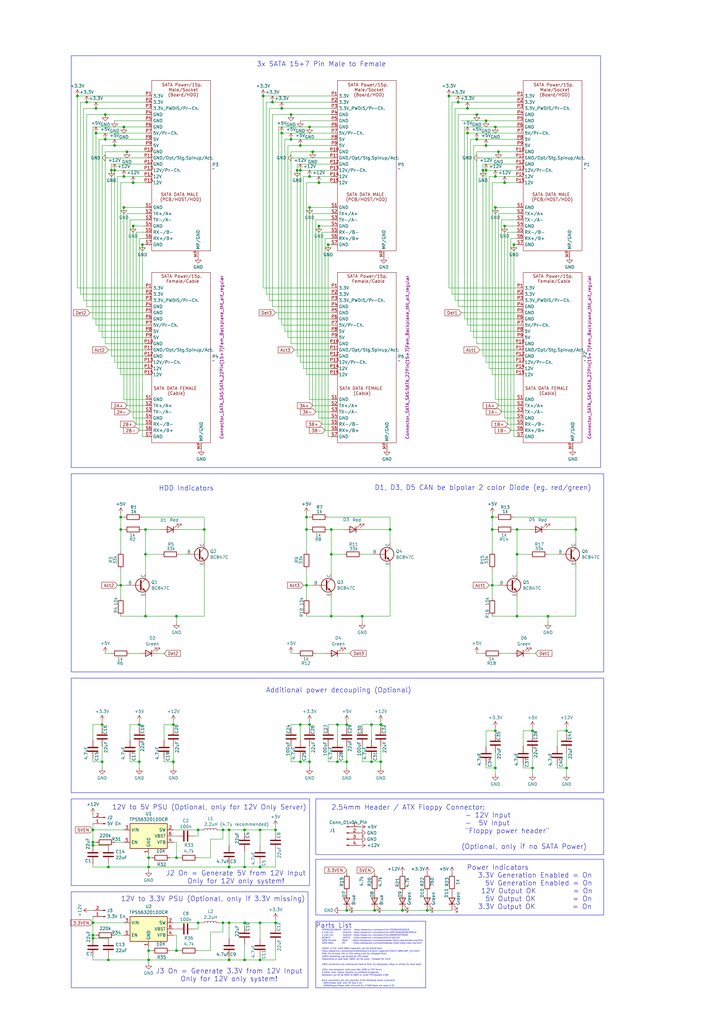
<source format=kicad_sch>
(kicad_sch (version 20231120) (generator "eeschema") (generator_version "8.0")
  (paper "A3" portrait)
  (lib_symbols
    (symbol "Connector:Conn_01x02_Pin" (pin_names (offset 1.016) hide)
      (property "Reference" "J" (at 0 2.54 0))
      (property "Value" "Conn_01x02_Pin" (at 0 -5.08 0))
      (symbol "Conn_01x02_Pin_1_1"
        (pin passive line (at 5.08 0 180) (length 3.81) (name "Pin_1") (number "1"))
        (pin passive line (at 5.08 -2.54 180) (length 3.81) (name "Pin_2") (number "2"))
      )
    )
    (symbol "Connector:Conn_01x04_Pin" (pin_names (offset 1.016) hide)
      (property "Reference" "J" (at 0 5.08 0))
      (property "Value" "Conn_01x04_Pin" (at 0 -7.62 0))
      (symbol "Conn_01x04_Pin_1_1"
        (pin passive line (at 5.08 2.54 180) (length 3.81) (name "Pin_1") (number "1"))
        (pin passive line (at 5.08 0 180) (length 3.81) (name "Pin_2") (number "2"))
        (pin passive line (at 5.08 -2.54 180) (length 3.81) (name "Pin_3") (number "3"))
        (pin passive line (at 5.08 -5.08 180) (length 3.81) (name "Pin_4") (number "4"))
      )
    )
    (symbol "Connector:SATA_15+7pin_female"
      (property "Reference" "P" (at 4.826 -51.816 0))
      (symbol "SATA_15+7pin_female_1_1"
        (text "SATA DATA FEMALE\n (Cable)" (at 10.922 -28.194 0) (effects (font (size 1.27 1.27))))
        (text "SATA Power/15p.\n Female/Cable" (at 13.462 17.78 0) (effects (font (size 1.27 1.27))))
        (pin power_in line (at 21.59 -52.07 90) (length 2.54) (name "MP/GND") (number "MP"))
        (pin power_in line (at -1.27 13.97 0) (length 2.54) (name "3.3V") (number "P1"))
        (pin power_in line (at -1.27 -8.89 0) (length 2.54) (name "GND") (number "P10"))
        (pin power_in line (at -1.27 -11.43 0) (length 2.54) (name "GND/Opt/Stg.Spinup/Act.") (number "P11"))
        (pin power_in line (at -1.27 -13.97 0) (length 2.54) (name "GND") (number "P12"))
        (pin power_in line (at -1.27 -16.51 0) (length 2.54) (name "12V/Pr-Ch.") (number "P13"))
        (pin power_in line (at -1.27 -19.05 0) (length 2.54) (name "12V") (number "P14"))
        (pin power_in line (at -1.27 -21.59 0) (length 2.54) (name "12V") (number "P15"))
        (pin power_in line (at -1.27 11.43 0) (length 2.54) (name "3.3V") (number "P2"))
        (pin power_in line (at -1.27 8.89 0) (length 2.54) (name "3.3V_PWDIS/Pr-Ch.") (number "P3"))
        (pin power_in line (at -1.27 6.35 0) (length 2.54) (name "GND") (number "P4"))
        (pin power_in line (at -1.27 3.81 0) (length 2.54) (name "GND") (number "P5"))
        (pin power_in line (at -1.27 1.27 0) (length 2.54) (name "GND") (number "P6"))
        (pin power_in line (at -1.27 -1.27 0) (length 2.54) (name "5V/Pr-Ch.") (number "P7"))
        (pin power_in line (at -1.27 -3.81 0) (length 2.54) (name "5V") (number "P8"))
        (pin power_in line (at -1.27 -6.35 0) (length 2.54) (name "5V") (number "P9"))
        (pin power_in line (at -1.27 -31.75 0) (length 2.54) (name "GND") (number "S1"))
        (pin power_in line (at -1.27 -34.29 0) (length 2.54) (name "TX+/A+") (number "S2"))
        (pin power_in line (at -1.27 -36.83 0) (length 2.54) (name "TX-/A-") (number "S3"))
        (pin power_in line (at -1.27 -39.37 0) (length 2.54) (name "GND") (number "S4"))
        (pin power_in line (at -1.27 -41.91 0) (length 2.54) (name "RX-/B-") (number "S5"))
        (pin power_in line (at -1.27 -44.45 0) (length 2.54) (name "RX+/B+") (number "S6"))
        (pin power_in line (at -1.27 -46.99 0) (length 2.54) (name "GND") (number "S7"))
      )
    )
    (symbol "Connector:SATA_15+7pin_male"
      (property "Reference" "P" (at 3.048 -51.816 0))
      (symbol "SATA_15+7pin_male_1_1"
        (text "SATA DATA MALE\n (PCB/HOST/HDD)" (at 12.7 -27.432 0) (effects (font (size 1.27 1.27))))
        (text "SATA Power/15p.\n Male/Socket\n (Board/HDD)" (at 13.716 16.51 0) (effects (font (size 1.27 1.27))))
        (pin power_in line (at 20.32 -52.07 90) (length 2.54) (name "MP/GND") (number "MP"))
        (pin power_in line (at -1.27 13.97 0) (length 2.54) (name "3.3V") (number "P1"))
        (pin power_in line (at -1.27 -8.89 0) (length 2.54) (name "GND") (number "P10"))
        (pin power_in line (at -1.27 -11.43 0) (length 2.54) (name "GND/Opt/Stg.Spinup/Act.") (number "P11"))
        (pin power_in line (at -1.27 -13.97 0) (length 2.54) (name "GND") (number "P12"))
        (pin power_in line (at -1.27 -16.51 0) (length 2.54) (name "12V/Pr-Ch.") (number "P13"))
        (pin power_in line (at -1.27 -19.05 0) (length 2.54) (name "12V") (number "P14"))
        (pin power_in line (at -1.27 -21.59 0) (length 2.54) (name "12V") (number "P15"))
        (pin power_in line (at -1.27 11.43 0) (length 2.54) (name "3.3V") (number "P2"))
        (pin power_in line (at -1.27 8.89 0) (length 2.54) (name "3.3V_PWDIS/Pr-Ch.") (number "P3"))
        (pin power_in line (at -1.27 6.35 0) (length 2.54) (name "GND") (number "P4"))
        (pin power_in line (at -1.27 3.81 0) (length 2.54) (name "GND") (number "P5"))
        (pin power_in line (at -1.27 1.27 0) (length 2.54) (name "GND") (number "P6"))
        (pin power_in line (at -1.27 -1.27 0) (length 2.54) (name "5V/Pr-Ch.") (number "P7"))
        (pin power_in line (at -1.27 -3.81 0) (length 2.54) (name "5V") (number "P8"))
        (pin power_in line (at -1.27 -6.35 0) (length 2.54) (name "5V") (number "P9"))
        (pin power_in line (at -1.27 -31.75 0) (length 2.54) (name "GND") (number "S1"))
        (pin power_in line (at -1.27 -34.29 0) (length 2.54) (name "TX+/A+") (number "S2"))
        (pin power_in line (at -1.27 -36.83 0) (length 2.54) (name "TX-/A-") (number "S3"))
        (pin power_in line (at -1.27 -39.37 0) (length 2.54) (name "GND") (number "S4"))
        (pin power_in line (at -1.27 -41.91 0) (length 2.54) (name "RX-/B-") (number "S5"))
        (pin power_in line (at -1.27 -44.45 0) (length 2.54) (name "RX+/B+") (number "S6"))
        (pin power_in line (at -1.27 -46.99 0) (length 2.54) (name "GND") (number "S7"))
      )
    )
    (symbol "Device:C" (pin_numbers hide) (pin_names (offset 0.254))
      (property "Reference" "C" (at 0.635 2.54 0))
      (property "Value" "C" (at 0.635 -2.54 0))
      (symbol "C_1_1"
        (pin passive line (at 0 3.81 270) (length 2.794) (name "~") (number "1"))
        (pin passive line (at 0 -3.81 90) (length 2.794) (name "~") (number "2"))
      )
    )
    (symbol "Device:L" (pin_numbers hide) (pin_names (offset 1.016) hide)
      (property "Reference" "L" (at -1.27 0 90))
      (property "Value" "L" (at 1.905 0 90))
      (symbol "L_1_1"
        (pin passive line (at 0 3.81 270) (length 1.27) (name "1") (number "1"))
        (pin passive line (at 0 -3.81 90) (length 1.27) (name "2") (number "2"))
      )
    )
    (symbol "Device:LED" (pin_numbers hide) (pin_names (offset 1.016) hide)
      (property "Reference" "D" (at 0 2.54 0))
      (property "Value" "LED" (at 0 -2.54 0))
      (symbol "LED_1_1"
        (pin passive line (at -3.81 0 0) (length 2.54) (name "K") (number "1"))
        (pin passive line (at 3.81 0 180) (length 2.54) (name "A") (number "2"))
      )
    )
    (symbol "Device:R" (pin_numbers hide) (pin_names (offset 0))
      (property "Reference" "R" (at 2.032 0 90))
      (property "Value" "R" (at 0 0 90))
      (symbol "R_1_1"
        (pin passive line (at 0 3.81 270) (length 1.27) (name "~") (number "1"))
        (pin passive line (at 0 -3.81 90) (length 1.27) (name "~") (number "2"))
      )
    )
    (symbol "Regulator_Switching:TPS562200"
      (property "Reference" "U" (at -7.62 6.35 0))
      (property "Value" "TPS562200" (at -2.54 6.35 0))
      (symbol "TPS562200_1_1"
        (pin power_in line (at 0 -7.62 90) (length 2.54) (name "GND") (number "1"))
        (pin output line (at 10.16 2.54 180) (length 2.54) (name "SW") (number "2"))
        (pin power_in line (at -10.16 2.54 0) (length 2.54) (name "VIN") (number "3"))
        (pin input line (at 10.16 -2.54 180) (length 2.54) (name "VFB") (number "4"))
        (pin input line (at -10.16 -2.54 0) (length 2.54) (name "EN") (number "5"))
        (pin passive line (at 10.16 0 180) (length 2.54) (name "VBST") (number "6"))
      )
    )
    (symbol "Simulation_SPICE:NPN" (pin_numbers hide) (pin_names (offset 0))
      (property "Reference" "Q" (at -2.54 7.62 0))
      (property "Value" "NPN" (at -2.54 5.08 0))
      (symbol "NPN_1_1"
        (pin open_collector line (at 2.54 5.08 270) (length 2.54) (name "C") (number "1"))
        (pin input line (at -5.08 0 0) (length 2.54) (name "B") (number "2"))
        (pin open_emitter line (at 2.54 -5.08 90) (length 2.54) (name "E") (number "3"))
      )
    )
    (symbol "power:+12V" (power) (pin_numbers hide) (pin_names (offset 0) hide)
      (property "Value" "+12V" (at 0 3.556 0))
      (symbol "+12V_1_1"
        (pin power_in line (at 0 0 90) (length 0) (name "~") (number "1"))
      )
    )
    (symbol "power:+3.3V" (power) (pin_numbers hide) (pin_names (offset 0) hide)
      (property "Value" "+3.3V" (at 0 3.556 0))
      (symbol "+3.3V_1_1"
        (pin power_in line (at 0 0 90) (length 0) (name "~") (number "1"))
      )
    )
    (symbol "power:+5V" (power) (pin_numbers hide) (pin_names (offset 0) hide)
      (property "Value" "+5V" (at 0 3.556 0))
      (symbol "+5V_1_1"
        (pin power_in line (at 0 0 90) (length 0) (name "~") (number "1"))
      )
    )
    (symbol "power:GND" (power) (pin_numbers hide) (pin_names (offset 0) hide)
      (property "Value" "GND" (at 0 -3.81 0))
      (symbol "GND_1_1"
        (pin power_in line (at 0 0 270) (length 0) (name "~") (number "1"))
      )
    )
  )
  (junction (at 130.81 92.71))
  (junction (at 45.72 69.85))
  (junction (at 38.1 346.71))
  (junction (at 142.24 312.42))
  (junction (at 142.24 373.38))
  (junction (at 184.15 39.37))
  (junction (at 236.22 217.17))
  (junction (at 35.56 41.91))
  (junction (at 71.12 297.18))
  (junction (at 100.33 340.36))
  (junction (at 156.21 312.42))
  (junction (at 93.98 340.36))
  (junction (at 153.67 373.38))
  (junction (at 123.19 312.42))
  (junction (at 130.81 74.93))
  (junction (at 191.77 54.61))
  (junction (at 203.2 314.96))
  (junction (at 191.77 44.45))
  (junction (at 31.75 39.37))
  (junction (at 203.2 72.39))
  (junction (at 115.57 54.61))
  (junction (at 201.93 212.09))
  (junction (at 127 72.39))
  (junction (at 121.92 69.85))
  (junction (at 127 297.18))
  (junction (at 39.37 54.61))
  (junction (at 212.09 217.17))
  (junction (at 125.73 217.17))
  (junction (at 123.19 297.18))
  (junction (at 93.98 355.6))
  (junction (at 59.69 252.73))
  (junction (at 138.43 312.42))
  (junction (at 58.42 100.33))
  (junction (at 43.18 46.99))
  (junction (at 106.68 393.7))
  (junction (at 41.91 297.18))
  (junction (at 207.01 74.93))
  (junction (at 203.2 85.09))
  (junction (at 100.33 393.7))
  (junction (at 59.69 217.17))
  (junction (at 57.15 297.18))
  (junction (at 106.68 355.6))
  (junction (at 113.03 378.46))
  (junction (at 60.96 389.89))
  (junction (at 46.99 69.85))
  (junction (at 106.68 378.46))
  (junction (at 50.8 85.09))
  (junction (at 39.37 44.45))
  (junction (at 232.41 314.96))
  (junction (at 199.39 69.85))
  (junction (at 195.58 46.99))
  (junction (at 128.27 62.23))
  (junction (at 72.39 389.89))
  (junction (at 232.41 299.72))
  (junction (at 203.2 299.72))
  (junction (at 49.53 217.17))
  (junction (at 127 52.07))
  (junction (at 148.59 252.73))
  (junction (at 59.69 227.33))
  (junction (at 119.38 46.99))
  (junction (at 152.4 312.42))
  (junction (at 91.44 340.36))
  (junction (at 119.38 57.15))
  (junction (at 44.45 393.7))
  (junction (at 60.96 351.79))
  (junction (at 50.8 52.07))
  (junction (at 142.24 297.18))
  (junction (at 100.33 378.46))
  (junction (at 107.95 39.37))
  (junction (at 72.39 252.73))
  (junction (at 113.03 340.36))
  (junction (at 198.12 69.85))
  (junction (at 46.99 59.69))
  (junction (at 54.61 92.71))
  (junction (at 201.93 240.03))
  (junction (at 210.82 100.33))
  (junction (at 54.61 74.93))
  (junction (at 127 312.42))
  (junction (at 218.44 299.72))
  (junction (at 138.43 297.18))
  (junction (at 135.89 227.33))
  (junction (at 123.19 59.69))
  (junction (at 212.09 252.73))
  (junction (at 38.1 345.44))
  (junction (at 57.15 312.42))
  (junction (at 41.91 312.42))
  (junction (at 152.4 297.18))
  (junction (at 93.98 378.46))
  (junction (at 224.79 252.73))
  (junction (at 195.58 57.15))
  (junction (at 115.57 44.45))
  (junction (at 207.01 92.71))
  (junction (at 218.44 314.96))
  (junction (at 50.8 72.39))
  (junction (at 125.73 240.03))
  (junction (at 199.39 59.69))
  (junction (at 134.62 100.33))
  (junction (at 156.21 297.18))
  (junction (at 187.96 41.91))
  (junction (at 49.53 212.09))
  (junction (at 111.76 41.91))
  (junction (at 201.93 217.17))
  (junction (at 106.68 340.36))
  (junction (at 93.98 393.7))
  (junction (at 49.53 240.03))
  (junction (at 43.18 57.15))
  (junction (at 44.45 355.6))
  (junction (at 165.1 373.38))
  (junction (at 203.2 52.07))
  (junction (at 160.02 217.17))
  (junction (at 127 85.09))
  (junction (at 199.39 49.53))
  (junction (at 38.1 384.81))
  (junction (at 38.1 378.46))
  (junction (at 123.19 69.85))
  (junction (at 38.1 340.36))
  (junction (at 72.39 351.79))
  (junction (at 83.82 217.17))
  (junction (at 125.73 212.09))
  (junction (at 100.33 355.6))
  (junction (at 60.96 355.6))
  (junction (at 135.89 217.17))
  (junction (at 81.28 378.46))
  (junction (at 52.07 62.23))
  (junction (at 135.89 252.73))
  (junction (at 91.44 378.46))
  (junction (at 175.26 373.38))
  (junction (at 60.96 393.7))
  (junction (at 212.09 227.33))
  (junction (at 38.1 383.54))
  (junction (at 71.12 312.42))
  (junction (at 204.47 62.23))
  (junction (at 81.28 340.36))
  (wire (pts (xy 83.82 212.09) (xy 83.82 217.17)))
  (wire (pts (xy 115.57 54.61) (xy 135.89 54.61)))
  (wire (pts (xy 49.53 212.09) (xy 50.8 212.09)))
  (wire (pts (xy 45.72 67.31) (xy 59.69 67.31)))
  (wire (pts (xy 218.44 308.61) (xy 218.44 314.96)))
  (wire (pts (xy 100.33 349.25) (xy 100.33 355.6)))
  (wire (pts (xy 212.09 138.43) (xy 194.31 138.43)))
  (wire (pts (xy 199.39 313.69) (xy 199.39 314.96)))
  (wire (pts (xy 186.69 44.45) (xy 191.77 44.45)))
  (wire (pts (xy 116.84 57.15) (xy 119.38 57.15)))
  (wire (pts (xy 212.09 166.37) (xy 204.47 166.37)))
  (wire (pts (xy 142.24 295.91) (xy 142.24 297.18)))
  (wire (pts (xy 38.1 384.81) (xy 44.45 384.81)))
  (wire (pts (xy 160.02 217.17) (xy 160.02 222.25)))
  (wire (pts (xy 209.55 176.53) (xy 209.55 97.79)))
  (wire (pts (xy 93.98 340.36) (xy 93.98 346.71)))
  (wire (pts (xy 44.45 64.77) (xy 59.69 64.77)))
  (wire (pts (xy 127 297.18) (xy 123.19 297.18)))
  (wire (pts (xy 185.42 41.91) (xy 187.96 41.91)))
  (wire (pts (xy 218.44 298.45) (xy 218.44 299.72)))
  (wire (pts (xy 153.67 373.38) (xy 165.1 373.38)))
  (wire (pts (xy 127 298.45) (xy 127 297.18)))
  (wire (pts (xy 106.68 354.33) (xy 106.68 355.6)))
  (wire (pts (xy 236.22 212.09) (xy 236.22 217.17)))
  (wire (pts (xy 41.91 297.18) (xy 38.1 297.18)))
  (wire (pts (xy 128.27 62.23) (xy 135.89 62.23)))
  (wire (pts (xy 60.96 355.6) (xy 60.96 356.87)))
  (wire (pts (xy 210.82 179.07) (xy 210.82 100.33)))
  (wire (pts (xy 91.44 382.27) (xy 86.36 382.27)))
  (wire (pts (xy 135.89 138.43) (xy 118.11 138.43)))
  (wire (pts (xy 135.89 227.33) (xy 140.97 227.33)))
  (wire (pts (xy 195.58 57.15) (xy 212.09 57.15)))
  (wire (pts (xy 228.6 314.96) (xy 232.41 314.96)))
  (wire (pts (xy 135.89 130.81) (xy 114.3 130.81)))
  (wire (pts (xy 41.91 298.45) (xy 41.91 297.18)))
  (wire (pts (xy 135.89 179.07) (xy 134.62 179.07)))
  (wire (pts (xy 205.74 168.91) (xy 205.74 90.17)))
  (wire (pts (xy 135.89 171.45) (xy 130.81 171.45)))
  (wire (pts (xy 45.72 69.85) (xy 45.72 67.31)))
  (wire (pts (xy 106.68 378.46) (xy 106.68 384.81)))
  (wire (pts (xy 194.31 59.69) (xy 199.39 59.69)))
  (wire (pts (xy 64.77 267.97) (xy 67.31 267.97)))
  (wire (pts (xy 54.61 74.93) (xy 59.69 74.93)))
  (wire (pts (xy 43.18 267.97) (xy 45.72 267.97)))
  (wire (pts (xy 53.34 90.17) (xy 59.69 90.17)))
  (wire (pts (xy 232.41 314.96) (xy 232.41 317.5)))
  (wire (pts (xy 119.38 57.15) (xy 135.89 57.15)))
  (wire (pts (xy 203.2 85.09) (xy 212.09 85.09)))
  (wire (pts (xy 135.89 135.89) (xy 116.84 135.89)))
  (wire (pts (xy 212.09 133.35) (xy 191.77 133.35)))
  (wire (pts (xy 228.6 299.72) (xy 228.6 306.07)))
  (wire (pts (xy 152.4 311.15) (xy 152.4 312.42)))
  (wire (pts (xy 59.69 133.35) (xy 39.37 133.35)))
  (wire (pts (xy 59.69 135.89) (xy 40.64 135.89)))
  (wire (pts (xy 67.31 312.42) (xy 71.12 312.42)))
  (wire (pts (xy 189.23 49.53) (xy 199.39 49.53)))
  (wire (pts (xy 38.1 346.71) (xy 44.45 346.71)))
  (wire (pts (xy 184.15 118.11) (xy 184.15 39.37)))
  (wire (pts (xy 156.21 306.07) (xy 156.21 312.42)))
  (wire (pts (xy 107.95 39.37) (xy 135.89 39.37)))
  (wire (pts (xy 71.12 312.42) (xy 71.12 314.96)))
  (wire (pts (xy 38.1 375.92) (xy 38.1 378.46)))
  (wire (pts (xy 38.1 378.46) (xy 38.1 383.54)))
  (wire (pts (xy 81.28 378.46) (xy 82.55 378.46)))
  (wire (pts (xy 90.17 378.46) (xy 91.44 378.46)))
  (wire (pts (xy 49.53 212.09) (xy 49.53 217.17)))
  (wire (pts (xy 135.89 146.05) (xy 121.92 146.05)))
  (wire (pts (xy 142.24 306.07) (xy 142.24 312.42)))
  (wire (pts (xy 130.81 92.71) (xy 135.89 92.71)))
  (wire (pts (xy 135.89 217.17) (xy 135.89 227.33)))
  (wire (pts (xy 127 306.07) (xy 127 312.42)))
  (wire (pts (xy 72.39 351.79) (xy 73.66 351.79)))
  (wire (pts (xy 60.96 389.89) (xy 60.96 388.62)))
  (wire (pts (xy 45.72 146.05) (xy 45.72 69.85)))
  (wire (pts (xy 218.44 314.96) (xy 218.44 317.5)))
  (wire (pts (xy 135.89 120.65) (xy 109.22 120.65)))
  (wire (pts (xy 148.59 306.07) (xy 148.59 312.42)))
  (wire (pts (xy 199.39 49.53) (xy 212.09 49.53)))
  (wire (pts (xy 138.43 312.42) (xy 138.43 311.15)))
  (wire (pts (xy 110.49 123.19) (xy 110.49 44.45)))
  (wire (pts (xy 198.12 67.31) (xy 212.09 67.31)))
  (wire (pts (xy 148.59 217.17) (xy 160.02 217.17)))
  (wire (pts (xy 43.18 62.23) (xy 52.07 62.23)))
  (wire (pts (xy 203.2 217.17) (xy 201.93 217.17)))
  (wire (pts (xy 201.93 217.17) (xy 201.93 226.06)))
  (wire (pts (xy 134.62 179.07) (xy 134.62 100.33)))
  (wire (pts (xy 119.38 312.42) (xy 123.19 312.42)))
  (wire (pts (xy 35.56 125.73) (xy 35.56 46.99)))
  (wire (pts (xy 212.09 128.27) (xy 189.23 128.27)))
  (wire (pts (xy 201.93 153.67) (xy 201.93 74.93)))
  (wire (pts (xy 93.98 392.43) (xy 93.98 393.7)))
  (wire (pts (xy 125.73 240.03) (xy 125.73 245.11)))
  (wire (pts (xy 113.03 387.35) (xy 113.03 393.7)))
  (wire (pts (xy 201.93 233.68) (xy 201.93 240.03)))
  (wire (pts (xy 212.09 123.19) (xy 186.69 123.19)))
  (wire (pts (xy 38.1 52.07) (xy 50.8 52.07)))
  (wire (pts (xy 208.28 95.25) (xy 212.09 95.25)))
  (wire (pts (xy 38.1 393.7) (xy 44.45 393.7)))
  (wire (pts (xy 40.64 135.89) (xy 40.64 57.15)))
  (wire (pts (xy 152.4 312.42) (xy 156.21 312.42)))
  (wire (pts (xy 210.82 100.33) (xy 212.09 100.33)))
  (wire (pts (xy 49.53 153.67) (xy 49.53 74.93)))
  (wire (pts (xy 190.5 52.07) (xy 203.2 52.07)))
  (wire (pts (xy 214.63 314.96) (xy 218.44 314.96)))
  (wire (pts (xy 59.69 138.43) (xy 41.91 138.43)))
  (wire (pts (xy 201.93 212.09) (xy 203.2 212.09)))
  (wire (pts (xy 38.1 392.43) (xy 38.1 393.7)))
  (wire (pts (xy 134.62 298.45) (xy 134.62 297.18)))
  (wire (pts (xy 135.89 153.67) (xy 125.73 153.67)))
  (wire (pts (xy 212.09 227.33) (xy 217.17 227.33)))
  (wire (pts (xy 232.41 308.61) (xy 232.41 314.96)))
  (wire (pts (xy 186.69 123.19) (xy 186.69 44.45)))
  (wire (pts (xy 86.36 382.27) (xy 86.36 389.89)))
  (wire (pts (xy 156.21 312.42) (xy 156.21 314.96)))
  (wire (pts (xy 214.63 299.72) (xy 214.63 306.07)))
  (wire (pts (xy 100.33 341.63) (xy 100.33 340.36)))
  (wire (pts (xy 59.69 227.33) (xy 59.69 234.95)))
  (wire (pts (xy 106.68 340.36) (xy 113.03 340.36)))
  (wire (pts (xy 125.73 212.09) (xy 125.73 217.17)))
  (wire (pts (xy 224.79 217.17) (xy 236.22 217.17)))
  (wire (pts (xy 129.54 168.91) (xy 129.54 90.17)))
  (wire (pts (xy 93.98 354.33) (xy 93.98 355.6)))
  (wire (pts (xy 135.89 173.99) (xy 132.08 173.99)))
  (wire (pts (xy 38.1 297.18) (xy 38.1 303.53)))
  (wire (pts (xy 135.89 140.97) (xy 119.38 140.97)))
  (wire (pts (xy 153.67 356.87) (xy 153.67 358.14)))
  (wire (pts (xy 140.97 267.97) (xy 143.51 267.97)))
  (wire (pts (xy 52.07 62.23) (xy 59.69 62.23)))
  (wire (pts (xy 59.69 120.65) (xy 33.02 120.65)))
  (wire (pts (xy 35.56 46.99) (xy 43.18 46.99)))
  (wire (pts (xy 100.33 378.46) (xy 106.68 378.46)))
  (wire (pts (xy 59.69 151.13) (xy 48.26 151.13)))
  (wire (pts (xy 54.61 92.71) (xy 59.69 92.71)))
  (wire (pts (xy 195.58 62.23) (xy 204.47 62.23)))
  (wire (pts (xy 201.93 252.73) (xy 212.09 252.73)))
  (wire (pts (xy 208.28 173.99) (xy 208.28 95.25)))
  (wire (pts (xy 199.39 314.96) (xy 203.2 314.96)))
  (wire (pts (xy 106.68 392.43) (xy 106.68 393.7)))
  (wire (pts (xy 193.04 57.15) (xy 195.58 57.15)))
  (wire (pts (xy 204.47 166.37) (xy 204.47 87.63)))
  (wire (pts (xy 212.09 130.81) (xy 190.5 130.81)))
  (wire (pts (xy 199.39 59.69) (xy 212.09 59.69)))
  (wire (pts (xy 127 217.17) (xy 125.73 217.17)))
  (wire (pts (xy 38.1 334.01) (xy 38.1 335.28)))
  (wire (pts (xy 38.1 340.36) (xy 50.8 340.36)))
  (wire (pts (xy 43.18 140.97) (xy 43.18 62.23)))
  (wire (pts (xy 59.69 148.59) (xy 46.99 148.59)))
  (wire (pts (xy 191.77 54.61) (xy 212.09 54.61)))
  (wire (pts (xy 123.19 69.85) (xy 135.89 69.85)))
  (wire (pts (xy 212.09 148.59) (xy 199.39 148.59)))
  (wire (pts (xy 59.69 163.83) (xy 50.8 163.83)))
  (wire (pts (xy 212.09 125.73) (xy 187.96 125.73)))
  (wire (pts (xy 212.09 252.73) (xy 224.79 252.73)))
  (wire (pts (xy 59.69 128.27) (xy 36.83 128.27)))
  (wire (pts (xy 71.12 378.46) (xy 81.28 378.46)))
  (wire (pts (xy 100.33 355.6) (xy 106.68 355.6)))
  (wire (pts (xy 38.1 355.6) (xy 44.45 355.6)))
  (wire (pts (xy 38.1 383.54) (xy 39.37 383.54)))
  (wire (pts (xy 31.75 118.11) (xy 31.75 39.37)))
  (wire (pts (xy 59.69 252.73) (xy 72.39 252.73)))
  (wire (pts (xy 198.12 146.05) (xy 198.12 69.85)))
  (wire (pts (xy 228.6 299.72) (xy 232.41 299.72)))
  (wire (pts (xy 212.09 252.73) (xy 212.09 245.11)))
  (wire (pts (xy 59.69 168.91) (xy 53.34 168.91)))
  (wire (pts (xy 59.69 146.05) (xy 45.72 146.05)))
  (wire (pts (xy 212.09 163.83) (xy 203.2 163.83)))
  (wire (pts (xy 148.59 298.45) (xy 148.59 297.18)))
  (wire (pts (xy 203.2 299.72) (xy 199.39 299.72)))
  (wire (pts (xy 93.98 378.46) (xy 93.98 384.81)))
  (wire (pts (xy 125.73 210.82) (xy 125.73 212.09)))
  (wire (pts (xy 67.31 297.18) (xy 71.12 297.18)))
  (wire (pts (xy 53.34 312.42) (xy 53.34 311.15)))
  (wire (pts (xy 123.19 312.42) (xy 127 312.42)))
  (wire (pts (xy 60.96 389.89) (xy 62.23 389.89)))
  (wire (pts (xy 130.81 171.45) (xy 130.81 92.71)))
  (wire (pts (xy 49.53 217.17) (xy 49.53 226.06)))
  (wire (pts (xy 59.69 125.73) (xy 35.56 125.73)))
  (wire (pts (xy 152.4 297.18) (xy 152.4 303.53)))
  (wire (pts (xy 50.8 72.39) (xy 59.69 72.39)))
  (wire (pts (xy 100.33 387.35) (xy 100.33 393.7)))
  (wire (pts (xy 196.85 64.77) (xy 212.09 64.77)))
  (wire (pts (xy 53.34 297.18) (xy 53.34 303.53)))
  (wire (pts (xy 135.89 125.73) (xy 111.76 125.73)))
  (wire (pts (xy 195.58 140.97) (xy 195.58 62.23)))
  (wire (pts (xy 111.76 46.99) (xy 119.38 46.99)))
  (wire (pts (xy 60.96 351.79) (xy 60.96 350.52)))
  (wire (pts (xy 212.09 171.45) (xy 207.01 171.45)))
  (wire (pts (xy 218.44 299.72) (xy 214.63 299.72)))
  (wire (pts (xy 34.29 44.45) (xy 39.37 44.45)))
  (wire (pts (xy 46.99 148.59) (xy 46.99 69.85)))
  (wire (pts (xy 57.15 176.53) (xy 57.15 97.79)))
  (wire (pts (xy 59.69 143.51) (xy 44.45 143.51)))
  (wire (pts (xy 198.12 69.85) (xy 198.12 67.31)))
  (wire (pts (xy 218.44 300.99) (xy 218.44 299.72)))
  (wire (pts (xy 210.82 217.17) (xy 212.09 217.17)))
  (wire (pts (xy 212.09 173.99) (xy 208.28 173.99)))
  (wire (pts (xy 160.02 232.41) (xy 160.02 252.73)))
  (wire (pts (xy 53.34 312.42) (xy 57.15 312.42)))
  (wire (pts (xy 81.28 340.36) (xy 82.55 340.36)))
  (wire (pts (xy 123.19 297.18) (xy 123.19 303.53)))
  (wire (pts (xy 123.19 49.53) (xy 135.89 49.53)))
  (wire (pts (xy 152.4 297.18) (xy 156.21 297.18)))
  (wire (pts (xy 109.22 120.65) (xy 109.22 41.91)))
  (wire (pts (xy 115.57 133.35) (xy 115.57 54.61)))
  (wire (pts (xy 113.03 377.19) (xy 113.03 378.46)))
  (wire (pts (xy 72.39 389.89) (xy 73.66 389.89)))
  (wire (pts (xy 121.92 146.05) (xy 121.92 69.85)))
  (wire (pts (xy 114.3 52.07) (xy 127 52.07)))
  (wire (pts (xy 49.53 240.03) (xy 52.07 240.03)))
  (wire (pts (xy 58.42 212.09) (xy 83.82 212.09)))
  (wire (pts (xy 91.44 344.17) (xy 86.36 344.17)))
  (wire (pts (xy 134.62 100.33) (xy 135.89 100.33)))
  (wire (pts (xy 139.7 373.38) (xy 142.24 373.38)))
  (wire (pts (xy 127 312.42) (xy 127 314.96)))
  (wire (pts (xy 59.69 217.17) (xy 58.42 217.17)))
  (wire (pts (xy 207.01 74.93) (xy 212.09 74.93)))
  (wire (pts (xy 199.39 148.59) (xy 199.39 69.85)))
  (wire (pts (xy 72.39 345.44) (xy 72.39 351.79)))
  (wire (pts (xy 212.09 118.11) (xy 184.15 118.11)))
  (wire (pts (xy 59.69 123.19) (xy 34.29 123.19)))
  (wire (pts (xy 121.92 69.85) (xy 121.92 67.31)))
  (wire (pts (xy 72.39 255.27) (xy 72.39 252.73)))
  (wire (pts (xy 134.62 217.17) (xy 135.89 217.17)))
  (wire (pts (xy 60.96 393.7) (xy 60.96 394.97)))
  (wire (pts (xy 212.09 146.05) (xy 198.12 146.05)))
  (wire (pts (xy 127 163.83) (xy 127 85.09)))
  (wire (pts (xy 207.01 171.45) (xy 207.01 92.71)))
  (wire (pts (xy 135.89 148.59) (xy 123.19 148.59)))
  (wire (pts (xy 156.21 295.91) (xy 156.21 297.18)))
  (wire (pts (xy 190.5 130.81) (xy 190.5 52.07)))
  (wire (pts (xy 53.34 168.91) (xy 53.34 90.17)))
  (wire (pts (xy 194.31 138.43) (xy 194.31 59.69)))
  (wire (pts (xy 55.88 95.25) (xy 59.69 95.25)))
  (wire (pts (xy 125.73 252.73) (xy 135.89 252.73)))
  (wire (pts (xy 46.99 69.85) (xy 59.69 69.85)))
  (wire (pts (xy 200.66 240.03) (xy 201.93 240.03)))
  (wire (pts (xy 187.96 46.99) (xy 195.58 46.99)))
  (wire (pts (xy 142.24 373.38) (xy 153.67 373.38)))
  (wire (pts (xy 165.1 373.38) (xy 175.26 373.38)))
  (wire (pts (xy 57.15 295.91) (xy 57.15 297.18)))
  (wire (pts (xy 46.99 49.53) (xy 59.69 49.53)))
  (wire (pts (xy 44.45 355.6) (xy 60.96 355.6)))
  (wire (pts (xy 46.99 345.44) (xy 50.8 345.44)))
  (wire (pts (xy 60.96 393.7) (xy 60.96 389.89)))
  (wire (pts (xy 83.82 252.73) (xy 72.39 252.73)))
  (wire (pts (xy 60.96 351.79) (xy 62.23 351.79)))
  (wire (pts (xy 38.1 354.33) (xy 38.1 355.6)))
  (wire (pts (xy 200.66 72.39) (xy 203.2 72.39)))
  (wire (pts (xy 93.98 355.6) (xy 100.33 355.6)))
  (wire (pts (xy 109.22 41.91) (xy 111.76 41.91)))
  (wire (pts (xy 72.39 383.54) (xy 72.39 389.89)))
  (wire (pts (xy 49.53 210.82) (xy 49.53 212.09)))
  (wire (pts (xy 44.45 392.43) (xy 44.45 393.7)))
  (wire (pts (xy 113.03 379.73) (xy 113.03 378.46)))
  (wire (pts (xy 58.42 100.33) (xy 59.69 100.33)))
  (wire (pts (xy 71.12 298.45) (xy 71.12 297.18)))
  (wire (pts (xy 125.73 212.09) (xy 127 212.09)))
  (wire (pts (xy 203.2 298.45) (xy 203.2 299.72)))
  (wire (pts (xy 59.69 171.45) (xy 54.61 171.45)))
  (wire (pts (xy 38.1 340.36) (xy 38.1 345.44)))
  (wire (pts (xy 39.37 44.45) (xy 59.69 44.45)))
  (wire (pts (xy 212.09 179.07) (xy 210.82 179.07)))
  (wire (pts (xy 119.38 298.45) (xy 119.38 297.18)))
  (wire (pts (xy 142.24 298.45) (xy 142.24 297.18)))
  (wire (pts (xy 142.24 356.87) (xy 142.24 358.14)))
  (wire (pts (xy 148.59 227.33) (xy 152.4 227.33)))
  (wire (pts (xy 175.26 373.38) (xy 185.42 373.38)))
  (wire (pts (xy 209.55 97.79) (xy 212.09 97.79)))
  (wire (pts (xy 134.62 297.18) (xy 138.43 297.18)))
  (wire (pts (xy 125.73 233.68) (xy 125.73 240.03)))
  (wire (pts (xy 201.93 210.82) (xy 201.93 212.09)))
  (wire (pts (xy 73.66 217.17) (xy 83.82 217.17)))
  (wire (pts (xy 203.2 314.96) (xy 203.2 317.5)))
  (wire (pts (xy 59.69 227.33) (xy 59.69 217.17)))
  (wire (pts (xy 113.03 349.25) (xy 113.03 355.6)))
  (wire (pts (xy 43.18 57.15) (xy 59.69 57.15)))
  (wire (pts (xy 132.08 95.25) (xy 135.89 95.25)))
  (wire (pts (xy 93.98 393.7) (xy 100.33 393.7)))
  (wire (pts (xy 71.12 342.9) (xy 72.39 342.9)))
  (wire (pts (xy 49.53 233.68) (xy 49.53 240.03)))
  (wire (pts (xy 59.69 130.81) (xy 38.1 130.81)))
  (wire (pts (xy 134.62 312.42) (xy 138.43 312.42)))
  (wire (pts (xy 195.58 46.99) (xy 212.09 46.99)))
  (wire (pts (xy 121.92 67.31) (xy 135.89 67.31)))
  (wire (pts (xy 81.28 342.9) (xy 81.28 340.36)))
  (wire (pts (xy 119.38 140.97) (xy 119.38 62.23)))
  (wire (pts (xy 148.59 297.18) (xy 152.4 297.18)))
  (wire (pts (xy 39.37 133.35) (xy 39.37 54.61)))
  (wire (pts (xy 50.8 217.17) (xy 49.53 217.17)))
  (wire (pts (xy 100.33 379.73) (xy 100.33 378.46)))
  (wire (pts (xy 48.26 240.03) (xy 49.53 240.03)))
  (wire (pts (xy 135.89 163.83) (xy 127 163.83)))
  (wire (pts (xy 59.69 166.37) (xy 52.07 166.37)))
  (wire (pts (xy 111.76 125.73) (xy 111.76 46.99)))
  (wire (pts (xy 48.26 151.13) (xy 48.26 72.39)))
  (wire (pts (xy 93.98 340.36) (xy 100.33 340.36)))
  (wire (pts (xy 236.22 232.41) (xy 236.22 252.73)))
  (wire (pts (xy 100.33 340.36) (xy 106.68 340.36)))
  (wire (pts (xy 49.53 74.93) (xy 54.61 74.93)))
  (wire (pts (xy 60.96 355.6) (xy 93.98 355.6)))
  (wire (pts (xy 118.11 138.43) (xy 118.11 59.69)))
  (wire (pts (xy 71.12 383.54) (xy 72.39 383.54)))
  (wire (pts (xy 135.89 123.19) (xy 110.49 123.19)))
  (wire (pts (xy 59.69 179.07) (xy 58.42 179.07)))
  (wire (pts (xy 132.08 173.99) (xy 132.08 95.25)))
  (wire (pts (xy 212.09 217.17) (xy 217.17 217.17)))
  (wire (pts (xy 212.09 227.33) (xy 212.09 234.95)))
  (wire (pts (xy 116.84 135.89) (xy 116.84 57.15)))
  (wire (pts (xy 38.1 345.44) (xy 38.1 346.71)))
  (wire (pts (xy 148.59 312.42) (xy 152.4 312.42)))
  (wire (pts (xy 57.15 297.18) (xy 53.34 297.18)))
  (wire (pts (xy 123.19 59.69) (xy 135.89 59.69)))
  (wire (pts (xy 44.45 354.33) (xy 44.45 355.6)))
  (wire (pts (xy 72.39 351.79) (xy 69.85 351.79)))
  (wire (pts (xy 160.02 252.73) (xy 148.59 252.73)))
  (wire (pts (xy 212.09 120.65) (xy 185.42 120.65)))
  (wire (pts (xy 236.22 217.17) (xy 236.22 222.25)))
  (wire (pts (xy 81.28 351.79) (xy 86.36 351.79)))
  (wire (pts (xy 123.19 148.59) (xy 123.19 69.85)))
  (wire (pts (xy 46.99 383.54) (xy 50.8 383.54)))
  (wire (pts (xy 212.09 151.13) (xy 200.66 151.13)))
  (wire (pts (xy 71.12 295.91) (xy 71.12 297.18)))
  (wire (pts (xy 135.89 227.33) (xy 135.89 234.95)))
  (wire (pts (xy 212.09 153.67) (xy 201.93 153.67)))
  (wire (pts (xy 129.54 90.17) (xy 135.89 90.17)))
  (wire (pts (xy 60.96 393.7) (xy 93.98 393.7)))
  (wire (pts (xy 135.89 151.13) (xy 124.46 151.13)))
  (wire (pts (xy 53.34 267.97) (xy 57.15 267.97)))
  (wire (pts (xy 142.24 297.18) (xy 138.43 297.18)))
  (wire (pts (xy 40.64 57.15) (xy 43.18 57.15)))
  (wire (pts (xy 134.62 212.09) (xy 160.02 212.09)))
  (wire (pts (xy 204.47 62.23) (xy 212.09 62.23)))
  (wire (pts (xy 67.31 297.18) (xy 67.31 303.53)))
  (wire (pts (xy 205.74 90.17) (xy 212.09 90.17)))
  (wire (pts (xy 135.89 166.37) (xy 128.27 166.37)))
  (wire (pts (xy 80.01 342.9) (xy 81.28 342.9)))
  (wire (pts (xy 57.15 298.45) (xy 57.15 297.18)))
  (wire (pts (xy 43.18 46.99) (xy 59.69 46.99)))
  (wire (pts (xy 91.44 382.27) (xy 91.44 378.46)))
  (wire (pts (xy 125.73 153.67) (xy 125.73 74.93)))
  (wire (pts (xy 71.12 340.36) (xy 81.28 340.36)))
  (wire (pts (xy 195.58 267.97) (xy 198.12 267.97)))
  (wire (pts (xy 217.17 267.97) (xy 219.71 267.97)))
  (wire (pts (xy 110.49 44.45) (xy 115.57 44.45)))
  (wire (pts (xy 203.2 52.07) (xy 212.09 52.07)))
  (wire (pts (xy 212.09 168.91) (xy 205.74 168.91)))
  (wire (pts (xy 50.8 52.07) (xy 59.69 52.07)))
  (wire (pts (xy 203.2 300.99) (xy 203.2 299.72)))
  (wire (pts (xy 133.35 97.79) (xy 135.89 97.79)))
  (wire (pts (xy 142.24 312.42) (xy 142.24 314.96)))
  (wire (pts (xy 38.1 378.46) (xy 50.8 378.46)))
  (wire (pts (xy 128.27 166.37) (xy 128.27 87.63)))
  (wire (pts (xy 224.79 227.33) (xy 228.6 227.33)))
  (wire (pts (xy 59.69 140.97) (xy 43.18 140.97)))
  (wire (pts (xy 41.91 59.69) (xy 46.99 59.69)))
  (wire (pts (xy 86.36 344.17) (xy 86.36 351.79)))
  (wire (pts (xy 135.89 128.27) (xy 113.03 128.27)))
  (wire (pts (xy 81.28 381) (xy 81.28 378.46)))
  (wire (pts (xy 38.1 383.54) (xy 38.1 384.81)))
  (wire (pts (xy 187.96 125.73) (xy 187.96 46.99)))
  (wire (pts (xy 41.91 138.43) (xy 41.91 59.69)))
  (wire (pts (xy 138.43 312.42) (xy 142.24 312.42)))
  (wire (pts (xy 111.76 41.91) (xy 135.89 41.91)))
  (wire (pts (xy 50.8 163.83) (xy 50.8 85.09)))
  (wire (pts (xy 41.91 312.42) (xy 41.91 314.96)))
  (wire (pts (xy 135.89 133.35) (xy 115.57 133.35)))
  (wire (pts (xy 36.83 373.38) (xy 38.1 373.38)))
  (wire (pts (xy 210.82 212.09) (xy 236.22 212.09)))
  (wire (pts (xy 135.89 252.73) (xy 148.59 252.73)))
  (wire (pts (xy 124.46 72.39) (xy 127 72.39)))
  (wire (pts (xy 160.02 212.09) (xy 160.02 217.17)))
  (wire (pts (xy 191.77 133.35) (xy 191.77 54.61)))
  (wire (pts (xy 119.38 267.97) (xy 121.92 267.97)))
  (wire (pts (xy 59.69 173.99) (xy 55.88 173.99)))
  (wire (pts (xy 119.38 46.99) (xy 135.89 46.99)))
  (wire (pts (xy 91.44 378.46) (xy 93.98 378.46)))
  (wire (pts (xy 59.69 252.73) (xy 59.69 245.11)))
  (wire (pts (xy 58.42 179.07) (xy 58.42 100.33)))
  (wire (pts (xy 39.37 54.61) (xy 59.69 54.61)))
  (wire (pts (xy 44.45 393.7) (xy 60.96 393.7)))
  (wire (pts (xy 212.09 135.89) (xy 193.04 135.89)))
  (wire (pts (xy 120.65 64.77) (xy 135.89 64.77)))
  (wire (pts (xy 135.89 118.11) (xy 107.95 118.11)))
  (wire (pts (xy 184.15 39.37) (xy 212.09 39.37)))
  (wire (pts (xy 133.35 176.53) (xy 133.35 97.79)))
  (wire (pts (xy 33.02 120.65) (xy 33.02 41.91)))
  (wire (pts (xy 41.91 306.07) (xy 41.91 312.42)))
  (wire (pts (xy 204.47 87.63) (xy 212.09 87.63)))
  (wire (pts (xy 115.57 44.45) (xy 135.89 44.45)))
  (wire (pts (xy 100.33 393.7) (xy 106.68 393.7)))
  (wire (pts (xy 59.69 176.53) (xy 57.15 176.53)))
  (wire (pts (xy 201.93 240.03) (xy 201.93 245.11)))
  (wire (pts (xy 212.09 227.33) (xy 212.09 217.17)))
  (wire (pts (xy 185.42 120.65) (xy 185.42 41.91)))
  (wire (pts (xy 35.56 41.91) (xy 59.69 41.91)))
  (wire (pts (xy 54.61 171.45) (xy 54.61 92.71)))
  (wire (pts (xy 38.1 311.15) (xy 38.1 312.42)))
  (wire (pts (xy 38.1 312.42) (xy 41.91 312.42)))
  (wire (pts (xy 90.17 340.36) (xy 91.44 340.36)))
  (wire (pts (xy 72.39 389.89) (xy 69.85 389.89)))
  (wire (pts (xy 91.44 340.36) (xy 93.98 340.36)))
  (wire (pts (xy 31.75 39.37) (xy 59.69 39.37)))
  (wire (pts (xy 212.09 140.97) (xy 195.58 140.97)))
  (wire (pts (xy 50.8 85.09) (xy 59.69 85.09)))
  (wire (pts (xy 59.69 153.67) (xy 49.53 153.67)))
  (wire (pts (xy 83.82 217.17) (xy 83.82 222.25)))
  (wire (pts (xy 232.41 300.99) (xy 232.41 299.72)))
  (wire (pts (xy 212.09 176.53) (xy 209.55 176.53)))
  (wire (pts (xy 118.11 59.69) (xy 123.19 59.69)))
  (wire (pts (xy 55.88 173.99) (xy 55.88 95.25)))
  (wire (pts (xy 119.38 297.18) (xy 123.19 297.18)))
  (wire (pts (xy 114.3 130.81) (xy 114.3 52.07)))
  (wire (pts (xy 135.89 143.51) (xy 120.65 143.51)))
  (wire (pts (xy 207.01 92.71) (xy 212.09 92.71)))
  (wire (pts (xy 200.66 151.13) (xy 200.66 72.39)))
  (wire (pts (xy 135.89 252.73) (xy 135.89 245.11)))
  (wire (pts (xy 41.91 295.91) (xy 41.91 297.18)))
  (wire (pts (xy 199.39 69.85) (xy 212.09 69.85)))
  (wire (pts (xy 201.93 74.93) (xy 207.01 74.93)))
  (wire (pts (xy 130.81 74.93) (xy 135.89 74.93)))
  (wire (pts (xy 60.96 355.6) (xy 60.96 351.79)))
  (wire (pts (xy 232.41 298.45) (xy 232.41 299.72)))
  (wire (pts (xy 93.98 378.46) (xy 100.33 378.46)))
  (wire (pts (xy 124.46 151.13) (xy 124.46 72.39)))
  (wire (pts (xy 205.74 267.97) (xy 209.55 267.97)))
  (wire (pts (xy 48.26 72.39) (xy 50.8 72.39)))
  (wire (pts (xy 67.31 311.15) (xy 67.31 312.42)))
  (wire (pts (xy 201.93 240.03) (xy 204.47 240.03)))
  (wire (pts (xy 191.77 44.45) (xy 212.09 44.45)))
  (wire (pts (xy 52.07 87.63) (xy 59.69 87.63)))
  (wire (pts (xy 59.69 227.33) (xy 66.04 227.33)))
  (wire (pts (xy 134.62 306.07) (xy 134.62 312.42)))
  (wire (pts (xy 106.68 378.46) (xy 113.03 378.46)))
  (wire (pts (xy 135.89 176.53) (xy 133.35 176.53)))
  (wire (pts (xy 212.09 143.51) (xy 196.85 143.51)))
  (wire (pts (xy 106.68 355.6) (xy 113.03 355.6)))
  (wire (pts (xy 83.82 232.41) (xy 83.82 252.73)))
  (wire (pts (xy 119.38 62.23) (xy 128.27 62.23)))
  (wire (pts (xy 91.44 344.17) (xy 91.44 340.36)))
  (wire (pts (xy 107.95 118.11) (xy 107.95 39.37)))
  (wire (pts (xy 46.99 59.69) (xy 59.69 59.69)))
  (wire (pts (xy 123.19 311.15) (xy 123.19 312.42)))
  (wire (pts (xy 49.53 252.73) (xy 59.69 252.73)))
  (wire (pts (xy 187.96 41.91) (xy 212.09 41.91)))
  (wire (pts (xy 125.73 240.03) (xy 128.27 240.03)))
  (wire (pts (xy 128.27 87.63) (xy 135.89 87.63)))
  (wire (pts (xy 57.15 306.07) (xy 57.15 312.42)))
  (wire (pts (xy 135.89 217.17) (xy 140.97 217.17)))
  (wire (pts (xy 57.15 312.42) (xy 57.15 314.96)))
  (wire (pts (xy 33.02 41.91) (xy 35.56 41.91)))
  (wire (pts (xy 199.39 299.72) (xy 199.39 306.07)))
  (wire (pts (xy 57.15 97.79) (xy 59.69 97.79)))
  (wire (pts (xy 81.28 389.89) (xy 86.36 389.89)))
  (wire (pts (xy 127 52.07) (xy 135.89 52.07)))
  (wire (pts (xy 236.22 252.73) (xy 224.79 252.73)))
  (wire (pts (xy 201.93 212.09) (xy 201.93 217.17)))
  (wire (pts (xy 38.1 345.44) (xy 39.37 345.44)))
  (wire (pts (xy 71.12 345.44) (xy 72.39 345.44)))
  (wire (pts (xy 59.69 118.11) (xy 31.75 118.11)))
  (wire (pts (xy 193.04 135.89) (xy 193.04 57.15)))
  (wire (pts (xy 113.03 341.63) (xy 113.03 340.36)))
  (wire (pts (xy 203.2 163.83) (xy 203.2 85.09)))
  (wire (pts (xy 156.21 298.45) (xy 156.21 297.18)))
  (wire (pts (xy 119.38 306.07) (xy 119.38 312.42)))
  (wire (pts (xy 106.68 393.7) (xy 113.03 393.7)))
  (wire (pts (xy 135.89 168.91) (xy 129.54 168.91)))
  (wire (pts (xy 138.43 297.18) (xy 138.43 303.53)))
  (wire (pts (xy 127 295.91) (xy 127 297.18)))
  (wire (pts (xy 127 85.09) (xy 135.89 85.09)))
  (wire (pts (xy 203.2 72.39) (xy 212.09 72.39)))
  (wire (pts (xy 106.68 340.36) (xy 106.68 346.71)))
  (wire (pts (xy 127 72.39) (xy 135.89 72.39)))
  (wire (pts (xy 214.63 314.96) (xy 214.63 313.69)))
  (wire (pts (xy 148.59 255.27) (xy 148.59 252.73)))
  (wire (pts (xy 125.73 217.17) (xy 125.73 226.06)))
  (wire (pts (xy 71.12 381) (xy 72.39 381)))
  (wire (pts (xy 125.73 74.93) (xy 130.81 74.93)))
  (wire (pts (xy 38.1 337.82) (xy 38.1 340.36)))
  (wire (pts (xy 124.46 240.03) (xy 125.73 240.03)))
  (wire (pts (xy 52.07 166.37) (xy 52.07 87.63)))
  (wire (pts (xy 129.54 267.97) (xy 133.35 267.97)))
  (wire (pts (xy 38.1 130.81) (xy 38.1 52.07)))
  (wire (pts (xy 59.69 217.17) (xy 66.04 217.17)))
  (wire (pts (xy 228.6 313.69) (xy 228.6 314.96)))
  (wire (pts (xy 73.66 227.33) (xy 76.2 227.33)))
  (wire (pts (xy 80.01 381) (xy 81.28 381)))
  (wire (pts (xy 34.29 123.19) (xy 34.29 44.45)))
  (wire (pts (xy 113.03 339.09) (xy 113.03 340.36)))
  (wire (pts (xy 49.53 240.03) (xy 49.53 245.11)))
  (wire (pts (xy 71.12 306.07) (xy 71.12 312.42)))
  (wire (pts (xy 203.2 308.61) (xy 203.2 314.96)))
  (wire (pts (xy 224.79 255.27) (xy 224.79 252.73)))
  (rectangle (start 29.21 327.66) (end 127 363.22))
  (rectangle (start 129.54 352.425) (end 247.65 375.285))
  (rectangle (start 29.21 22.86) (end 246.38 191.77))
  (rectangle (start 29.21 278.13) (end 247.65 325.12))
  (rectangle (start 129.54 327.66) (end 247.65 350.52))
  (rectangle (start 29.21 194.31) (end 247.65 275.59))
  (rectangle (start 29.21 365.76) (end 126.365 405.13))
  (rectangle (start 129.54 377.825) (end 174.625 405.13))
  (text "J2 On = Generate 5V from 12V Input\nOnly for 12V only system!" (at 96.774 359.918 0) (effects (font (size 2 2))))
  (text "J3 On = Generate 3.3V from 12V Input\nOnly for 12V only system!" (at 93.98 400.05 0) (effects (font (size 2 2))))
  (text "12V to 5V PSU (Optional, only for 12V Only Server)" (at 85.852 331.216 0) (effects (font (size 2 2))))
  (text "TPS563201DDCR - SOT23   - https://www.lcsc.com/search?q=TPS563201DDCR\n4.7uH coil            - 4x4mm - https://www.lcsc.com/search?q=XRTC404020S4R7MGCA\n2.2uH coil            - 4x4mm - https://www.lcsc.com/search?q=ANR4030T2R2M\nBC847C               - SOT23   - https://www.lcsc.com/search?q=C181141\nSATA Female      - 2Ralt     - https://aliexpress.com/w/wholesale-22pin-sata-female-row.html\nSATA Male          - 2R          - https://aliexpress.com/w/wholesale-22pin-sata-male-row.html\n\n100nF, 4.7uF, 22uF 0603 capacitor can be found here:\nhttps://www.lcsc.com/products/Multilayer-Ceramic-Capacitors-MLCC-SMD-SMT_313.html\nFilter for at least 16V or 25V rating (sort by cheapest first)\n100nF bootstrap cap should be 25V rated\nDepending on pad type, 0805 can be used - cheaper for 22uF\n\nSATA connectors are notoriously hard to find, try Aliexpress, Ebay or similar for best deal!\n\nLEDs: Use whatever color your like, SMD or THT 5mm,\nif other color, adjust resistors to prefered brightnes\nResistors can all be 0402 to 0805 or small THT/leaded 1/4W\n\nBuck converters are not required, if the following input is present:\n- SATA Power with 12V, 5V and 3.3V\n- SATA/Floppy Power with 12V and 5V, if HDD does not need 3.3V" (at 132.08 393.192 0) (effects (font (size 0.65 0.65)) (justify left)))
  (text "D1, D3, D5 CAN be bipolar 2 color Diode (eg. red/green)" (at 198.12 200.152 0) (effects (font (size 2 2))))
  (text "HDD Indicators" (at 76.454 200.406 0) (effects (font (size 2 2))))
  (text "Parts List" (at 136.906 379.73 0) (effects (font (size 2 2))))
  (text "3x SATA 15+7 Pin Male to Female" (at 131.826 26.416 0) (effects (font (size 2 2))))
  (text "12V to 3.3V PSU (Optional, only if 3.3V missing)" (at 87.376 368.808 0) (effects (font (size 2 2))))
  (text "Power Indicators\n                    3.3V Generation Enabled = On\n                      5V Generation Enabled = On\n                     12V Output OK          = On\n                      5V Output OK          = On\n                    3.3V Output OK          = On" (at 204.216 363.982 0) (effects (font (size 2 2))))
  (text "2.54mm Header / ATX Floppy Connector:\n                                    - 12V Input\n                                    -  5V Input\n                                    \"Floppy power header\"\n\n                                   (Optional, only if no SATA Power)" (at 135.89 339.344 0) (effects (font (size 2 2)) (justify left)))
  (text "Additional power decoupling (Optional)" (at 138.938 283.21 0) (effects (font (size 2 2))))
  (global_label "3B+" (shape input) (at 132.08 173.99 180) (property "Intersheetrefs" "${INTERSHEET_REFS}" (effects (hide yes))))
  (global_label "3.3VEN" (shape input) (at 38.1 378.46 180) (property "Intersheetrefs" "${INTERSHEET_REFS}" (effects (hide yes))))
  (global_label "Det2" (shape input) (at 36.83 128.27 180) (property "Intersheetrefs" "${INTERSHEET_REFS}" (effects (hide yes))))
  (global_label "1B+" (shape input) (at 208.28 173.99 180) (property "Intersheetrefs" "${INTERSHEET_REFS}" (effects (hide yes))))
  (global_label "5VEN" (shape input) (at 38.1 340.36 180) (property "Intersheetrefs" "${INTERSHEET_REFS}" (effects (hide yes))))
  (global_label "Act2" (shape input) (at 48.26 240.03 180) (property "Intersheetrefs" "${INTERSHEET_REFS}" (effects (hide yes))))
  (global_label "3B-" (shape input) (at 133.35 176.53 180) (property "Intersheetrefs" "${INTERSHEET_REFS}" (effects (hide yes))))
  (global_label "2A+" (shape input) (at 52.07 166.37 180) (property "Intersheetrefs" "${INTERSHEET_REFS}" (effects (hide yes))))
  (global_label "2A-" (shape input) (at 53.34 168.91 180) (property "Intersheetrefs" "${INTERSHEET_REFS}" (effects (hide yes))))
  (global_label "2B+" (shape input) (at 55.88 173.99 180) (property "Intersheetrefs" "${INTERSHEET_REFS}" (effects (hide yes))))
  (global_label "3A-" (shape input) (at 129.54 168.91 180) (property "Intersheetrefs" "${INTERSHEET_REFS}" (effects (hide yes))))
  (global_label "Det1" (shape input) (at 219.71 267.97 0) (property "Intersheetrefs" "${INTERSHEET_REFS}" (effects (hide yes))))
  (global_label "5VEN" (shape input) (at 153.67 356.87 180) (property "Intersheetrefs" "${INTERSHEET_REFS}" (effects (hide yes))))
  (global_label "Act3" (shape input) (at 120.65 143.51 180) (property "Intersheetrefs" "${INTERSHEET_REFS}" (effects (hide yes))))
  (global_label "1A-" (shape input) (at 205.74 168.91 180) (property "Intersheetrefs" "${INTERSHEET_REFS}" (effects (hide yes))))
  (global_label "Det3" (shape input) (at 143.51 267.97 0) (property "Intersheetrefs" "${INTERSHEET_REFS}" (effects (hide yes))))
  (global_label "Act1" (shape input) (at 200.66 240.03 180) (property "Intersheetrefs" "${INTERSHEET_REFS}" (effects (hide yes))))
  (global_label "Det2" (shape input) (at 67.31 267.97 0) (property "Intersheetrefs" "${INTERSHEET_REFS}" (effects (hide yes))))
  (global_label "Act3" (shape input) (at 124.46 240.03 180) (property "Intersheetrefs" "${INTERSHEET_REFS}" (effects (hide yes))))
  (global_label "3A+" (shape input) (at 128.27 166.37 180) (property "Intersheetrefs" "${INTERSHEET_REFS}" (effects (hide yes))))
  (global_label "1A+" (shape input) (at 204.47 166.37 180) (property "Intersheetrefs" "${INTERSHEET_REFS}" (effects (hide yes))))
  (global_label "1B-" (shape input) (at 209.55 176.53 180) (property "Intersheetrefs" "${INTERSHEET_REFS}" (effects (hide yes))))
  (global_label "Act2" (shape input) (at 44.45 143.51 180) (property "Intersheetrefs" "${INTERSHEET_REFS}" (effects (hide yes))))
  (global_label "3.3VEN" (shape input) (at 142.24 356.87 180) (property "Intersheetrefs" "${INTERSHEET_REFS}" (effects (hide yes))))
  (global_label "Det1" (shape input) (at 189.23 128.27 180) (property "Intersheetrefs" "${INTERSHEET_REFS}" (effects (hide yes))))
  (global_label "Det3" (shape input) (at 113.03 128.27 180) (property "Intersheetrefs" "${INTERSHEET_REFS}" (effects (hide yes))))
  (global_label "Act1" (shape input) (at 196.85 143.51 180) (property "Intersheetrefs" "${INTERSHEET_REFS}" (effects (hide yes))))
  (global_label "2B-" (shape input) (at 57.15 176.53 180) (property "Intersheetrefs" "${INTERSHEET_REFS}" (effects (hide yes))))
  (symbol (lib_id "power:+12V") (at 50.8 72.39 0) (unit 1)
    (property "Reference" "#PWR026" (effects (hide yes)))
    (property "Value" "+12V" (at 50.8 68.2569 0))
    (property "Description" "Power symbol creates a global label with name \"+12V\"" (effects (hide yes)))
  )
  (symbol (lib_id "power:+12V") (at 71.12 295.91 0) (unit 1)
    (property "Reference" "#PWR080" (effects (hide yes)))
    (property "Value" "+12V" (at 71.12 291.7769 0))
    (property "Description" "Power symbol creates a global label with name \"+12V\"" (effects (hide yes)))
  )
  (symbol (lib_id "power:+5V") (at 57.15 295.91 0) (unit 1)
    (property "Reference" "#PWR082" (effects (hide yes)))
    (property "Value" "+5V" (at 57.15 291.7769 0))
    (property "Description" "Power symbol creates a global label with name \"+5V\"" (effects (hide yes)))
  )
  (symbol (lib_id "power:+5V") (at 195.58 267.97 0) (unit 1)
    (property "Reference" "#PWR069" (effects (hide yes)))
    (property "Value" "+5V" (at 195.58 263.8369 0))
    (property "Description" "Power symbol creates a global label with name \"+5V\"" (effects (hide yes)))
  )
  (symbol (lib_id "Device:L") (at 86.36 340.36 90) (unit 1)
    (property "Reference" "L1" (at 86.36 335.7102 90))
    (property "Value" "2.2uH (4.7u recommended)" (at 97.028 338.074 90))
    (property "Footprint" "Inductor_SMD:L_1210_3225Metric_Pad1.42x2.65mm_HandSolder" (effects (hide yes)))
    (property "Datasheet" "https://www.lcsc.com/search?q=XRTC404020S4R7MGCA" (effects (hide yes)))
    (property "Description" "APV ANR4030T2R2M 4x4mm 2.2uH 2.99A Inductor" (effects (hide yes)))
  )
  (symbol (lib_id "power:+5V") (at 199.39 59.69 0) (unit 1)
    (property "Reference" "#PWR024" (effects (hide yes)))
    (property "Value" "+5V" (at 199.39 55.5569 0))
    (property "Description" "Power symbol creates a global label with name \"+5V\"" (effects (hide yes)))
  )
  (symbol (lib_id "Regulator_Switching:TPS562200") (at 60.96 381 0) (unit 1)
    (property "Reference" "U2" (at 60.96 371.7755 0))
    (property "Value" "TPS563201DDCR" (at 60.96 374.1998 0))
    (property "Footprint" "Package_TO_SOT_SMD:SOT-23-6" (effects (hide yes)))
    (property "Datasheet" "https://www.lcsc.com/search?q=TPS563201DDCR" (effects (hide yes)))
    (property "Description" "4.5-V to 17-V Input, 3-A Synchronous Step-Down Voltage Regulator in SOT-23" (effects (hide yes)))
  )
  (symbol (lib_id "power:+3.3V") (at 107.95 39.37 0) (unit 1)
    (property "Reference" "#PWR010" (effects (hide yes)))
    (property "Value" "+3.3V" (at 107.95 35.2369 0))
    (property "Description" "Power symbol creates a global label with name \"+3.3V\"" (effects (hide yes)))
  )
  (symbol (lib_id "power:+12V") (at 207.01 74.93 0) (unit 1)
    (property "Reference" "#PWR030" (effects (hide yes)))
    (property "Value" "+12V" (at 207.01 70.7969 0))
    (property "Description" "Power symbol creates a global label with name \"+12V\"" (effects (hide yes)))
  )
  (symbol (lib_id "Device:C") (at 113.03 383.54 180) (unit 1)
    (property "Reference" "C12" (at 114.3 382.016 90) (effects (justify right)))
    (property "Value" "22uF" (at 114.554 390.144 90) (effects (justify right)))
    (property "Footprint" "Capacitor_SMD:C_0805_2012Metric_Pad1.18x1.45mm_HandSolder" (effects (hide yes)))
    (property "Description" "Unpolarized capacitor" (effects (hide yes)))
  )
  (symbol (lib_id "Device:C") (at 214.63 309.88 180) (unit 1)
    (property "Reference" "C37" (at 216.154 314.706 90) (effects (justify right)))
    (property "Value" "4.7uF" (at 211.836 314.198 90) (effects (justify right)))
    (property "Footprint" "Capacitor_SMD:C_0402_1005Metric_Pad0.74x0.62mm_HandSolder" (effects (hide yes)))
    (property "Description" "Unpolarized capacitor" (effects (hide yes)))
  )
  (symbol (lib_id "power:+5V") (at 46.99 59.69 0) (unit 1)
    (property "Reference" "#PWR018" (effects (hide yes)))
    (property "Value" "+5V" (at 46.99 55.5569 0))
    (property "Description" "Power symbol creates a global label with name \"+5V\"" (effects (hide yes)))
  )
  (symbol (lib_id "power:GND") (at 128.27 62.23 0) (unit 1)
    (property "Reference" "#PWR055" (effects (hide yes)))
    (property "Value" "GND" (at 128.27 66.3631 0))
    (property "Description" "Power symbol creates a global label with name \"GND\" , ground" (effects (hide yes)))
  )
  (symbol (lib_id "Device:LED") (at 175.26 369.57 90) (unit 1)
    (property "Reference" "D10" (at 173.228 366.268 0))
    (property "Value" "Green" (at 177.8 368.554 0))
    (property "Footprint" "Diode_SMD:Diode_SMD_THT_5mm_combi" (effects (hide yes)))
    (property "Description" "Light emitting diode" (effects (hide yes)))
  )
  (symbol (lib_id "Connector:SATA_15+7pin_female") (at 60.96 132.08 0) (unit 1)
    (property "Reference" "P4" (at 86.995 146.2158 0) (effects (justify left)))
    (property "Value" "~" (at 86.995 147.8972 0) (effects (justify left)))
    (property "Footprint" "Connector_SATA_SAS:SATA_22Pin(15+7)Fem_Backplane_tht_alt_regular" (at 90.932 146.558 90))
  )
  (symbol (lib_id "Device:R") (at 220.98 227.33 90) (unit 1)
    (property "Reference" "R17" (at 221.234 223.266 90))
    (property "Value" "33k" (at 221.234 225.044 90))
    (property "Footprint" "Resistor_THT:R_Axial_L3.6_D1.6_P5.08_0805SMD_Combi" (effects (hide yes)))
    (property "Description" "Resistor" (effects (hide yes)))
  )
  (symbol (lib_id "Device:LED") (at 153.67 369.57 90) (unit 1)
    (property "Reference" "D8" (at 152.654 366.776 0))
    (property "Value" "Blue" (at 156.464 369.062 0))
    (property "Footprint" "Diode_SMD:Diode_SMD_THT_5mm_combi" (effects (hide yes)))
    (property "Description" "Light emitting diode" (effects (hide yes)))
  )
  (symbol (lib_id "power:+3.3V") (at 39.37 44.45 0) (unit 1)
    (property "Reference" "#PWR09" (effects (hide yes)))
    (property "Value" "+3.3V" (at 39.37 40.3169 0))
    (property "Description" "Power symbol creates a global label with name \"+3.3V\"" (effects (hide yes)))
  )
  (symbol (lib_id "power:GND") (at 72.39 255.27 0) (unit 1)
    (property "Reference" "#PWR058" (effects (hide yes)))
    (property "Value" "GND" (at 72.39 259.4031 0))
    (property "Description" "Power symbol creates a global label with name \"GND\" , ground" (effects (hide yes)))
  )
  (symbol (lib_id "Device:LED") (at 213.36 267.97 180) (unit 1)
    (property "Reference" "D6" (at 214.9475 261.6665 0))
    (property "Value" "Green" (at 214.9475 264.0908 0))
    (property "Footprint" "Diode_SMD:Diode_SMD_THT_5mm_combi" (effects (hide yes)))
    (property "Description" "Light emitting diode" (effects (hide yes)))
  )
  (symbol (lib_id "Device:C") (at 134.62 302.26 180) (unit 1)
    (property "Reference" "C27" (at 133.604 300.99 90) (effects (justify right)))
    (property "Value" "100uF" (at 133.35 310.134 90) (effects (justify right)))
    (property "Footprint" "Capacitor_THT:CP_Radial_D8.0mm_P5.00mm" (effects (hide yes)))
    (property "Description" "Unpolarized capacitor" (effects (hide yes)))
  )
  (symbol (lib_id "Device:R") (at 175.26 361.95 180) (unit 1)
    (property "Reference" "R22" (at 173.228 361.696 90))
    (property "Value" "760" (at 177.292 361.696 90))
    (property "Footprint" "Resistor_THT:R_Axial_L3.6_D1.6_P5.08_0805SMD_Combi" (effects (hide yes)))
    (property "Description" "Resistor" (effects (hide yes)))
  )
  (symbol (lib_id "power:+3.3V") (at 187.96 41.91 0) (unit 1)
    (property "Reference" "#PWR014" (effects (hide yes)))
    (property "Value" "+3.3V" (at 187.96 37.7769 0))
    (property "Description" "Power symbol creates a global label with name \"+3.3V\"" (effects (hide yes)))
  )
  (symbol (lib_id "Connector:Conn_01x02_Pin") (at 43.18 337.82 180) (unit 1)
    (property "Reference" "J2" (at 43.8912 335.3378 0) (effects (justify right)))
    (property "Value" "5V En" (at 43.8912 337.7621 0) (effects (justify right)))
    (property "Footprint" "Connector_PinHeader_2.54mm:PinHeader_1x02_P2.54mm_Vertical" (effects (hide yes)))
    (property "Description" "Generic connector, single row, 01x02, script generated" (effects (hide yes)))
  )
  (symbol (lib_id "power:GND") (at 218.44 317.5 0) (unit 1)
    (property "Reference" "#PWR095" (effects (hide yes)))
    (property "Value" "GND" (at 218.44 321.6331 0))
    (property "Description" "Power symbol creates a global label with name \"GND\" , ground" (effects (hide yes)))
  )
  (symbol (lib_id "power:+5V") (at 123.19 59.69 0) (unit 1)
    (property "Reference" "#PWR021" (effects (hide yes)))
    (property "Value" "+5V" (at 123.19 55.5569 0))
    (property "Description" "Power symbol creates a global label with name \"+5V\"" (effects (hide yes)))
  )
  (symbol (lib_id "Device:LED") (at 142.24 369.57 90) (unit 1)
    (property "Reference" "D7" (at 141.224 366.776 0))
    (property "Value" "Blue" (at 145.034 369.062 0))
    (property "Footprint" "Diode_SMD:Diode_SMD_THT_5mm_combi" (effects (hide yes)))
    (property "Description" "Light emitting diode" (effects (hide yes)))
  )
  (symbol (lib_id "Simulation_SPICE:NPN") (at 57.15 240.03 0) (unit 1)
    (property "Reference" "Q1" (at 62.0014 238.8178 0) (effects (justify left)))
    (property "Value" "BC847C" (at 62.0014 241.2421 0) (effects (justify left)))
    (property "Footprint" "Package_TO_SOT_SMD:SOT-23-3-Correct" (effects (hide yes)))
    (property "Datasheet" "https://ngspice.sourceforge.io/docs/ngspice-html-manual/manual.xhtml#cha_BJTs" (effects (hide yes)))
    (property "Description" "Bipolar transistor symbol for simulation only, substrate tied to the emitter" (effects (hide yes)))
    (property "Sim.Device" "NPN" (effects (hide yes)))
    (property "Sim.Type" "GUMMELPOON" (effects (hide yes)))
    (property "Sim.Pins" "1=C 2=B 3=E" (effects (hide yes)))
  )
  (symbol (lib_id "Device:C") (at 123.19 307.34 180) (unit 1)
    (property "Reference" "C25" (at 124.714 312.166 90) (effects (justify right)))
    (property "Value" "4.7uF" (at 120.396 311.658 90) (effects (justify right)))
    (property "Footprint" "Capacitor_SMD:C_0402_1005Metric_Pad0.74x0.62mm_HandSolder" (effects (hide yes)))
    (property "Description" "Unpolarized capacitor" (effects (hide yes)))
  )
  (symbol (lib_id "Device:C") (at 76.2 342.9 270) (unit 1)
    (property "Reference" "C2" (at 76.2 336.5965 90))
    (property "Value" "100n" (at 76.2 339.0208 90))
    (property "Footprint" "Capacitor_SMD:C_0402_1005Metric_Pad0.74x0.62mm_HandSolder" (effects (hide yes)))
    (property "Description" "Unpolarized capacitor" (effects (hide yes)))
  )
  (symbol (lib_id "Device:LED") (at 185.42 369.57 90) (unit 1)
    (property "Reference" "D11" (at 183.134 366.268 0))
    (property "Value" "Green" (at 187.96 368.554 0))
    (property "Footprint" "Diode_SMD:Diode_SMD_THT_5mm_combi" (effects (hide yes)))
    (property "Description" "Light emitting diode" (effects (hide yes)))
  )
  (symbol (lib_id "power:+5V") (at 218.44 298.45 0) (unit 1)
    (property "Reference" "#PWR094" (effects (hide yes)))
    (property "Value" "+5V" (at 218.44 294.3169 0))
    (property "Description" "Power symbol creates a global label with name \"+5V\"" (effects (hide yes)))
  )
  (symbol (lib_id "power:+5V") (at 191.77 54.61 0) (unit 1)
    (property "Reference" "#PWR022" (effects (hide yes)))
    (property "Value" "+5V" (at 191.77 50.4769 0))
    (property "Description" "Power symbol creates a global label with name \"+5V\"" (effects (hide yes)))
  )
  (symbol (lib_id "power:GND") (at 120.65 64.77 270) (unit 1)
    (property "Reference" "#PWR066" (effects (hide yes)))
    (property "Value" "GND" (at 117.4751 64.77 90) (effects (justify right)))
    (property "Description" "Power symbol creates a global label with name \"GND\" , ground" (effects (hide yes)))
  )
  (symbol (lib_id "Simulation_SPICE:NPN") (at 81.28 227.33 0) (unit 1)
    (property "Reference" "Q2" (at 86.1314 226.1178 0) (effects (justify left)))
    (property "Value" "BC847C" (at 86.1314 228.5421 0) (effects (justify left)))
    (property "Footprint" "Package_TO_SOT_SMD:SOT-23-3-Correct" (effects (hide yes)))
    (property "Datasheet" "https://ngspice.sourceforge.io/docs/ngspice-html-manual/manual.xhtml#cha_BJTs" (effects (hide yes)))
    (property "Description" "Bipolar transistor symbol for simulation only, substrate tied to the emitter" (effects (hide yes)))
    (property "Sim.Device" "NPN" (effects (hide yes)))
    (property "Sim.Type" "GUMMELPOON" (effects (hide yes)))
    (property "Sim.Pins" "1=C 2=B 3=E" (effects (hide yes)))
  )
  (symbol (lib_id "Device:LED") (at 165.1 369.57 90) (unit 1)
    (property "Reference" "D9" (at 164.084 366.776 0))
    (property "Value" "Green" (at 167.894 368.554 0))
    (property "Footprint" "Diode_SMD:Diode_SMD_THT_5mm_combi" (effects (hide yes)))
    (property "Description" "Light emitting diode" (effects (hide yes)))
  )
  (symbol (lib_id "power:+5V") (at 119.38 57.15 0) (unit 1)
    (property "Reference" "#PWR020" (effects (hide yes)))
    (property "Value" "+5V" (at 119.38 53.0169 0))
    (property "Description" "Power symbol creates a global label with name \"+5V\"" (effects (hide yes)))
  )
  (symbol (lib_id "power:GND") (at 50.8 52.07 0) (unit 1)
    (property "Reference" "#PWR045" (effects (hide yes)))
    (property "Value" "GND" (at 50.8 56.2031 0))
    (property "Description" "Power symbol creates a global label with name \"GND\" , ground" (effects (hide yes)))
  )
  (symbol (lib_id "power:+3.3V") (at 191.77 44.45 0) (unit 1)
    (property "Reference" "#PWR015" (effects (hide yes)))
    (property "Value" "+3.3V" (at 191.77 40.3169 0))
    (property "Description" "Power symbol creates a global label with name \"+3.3V\"" (effects (hide yes)))
  )
  (symbol (lib_id "Device:C") (at 203.2 304.8 180) (unit 1)
    (property "Reference" "C35" (at 204.47 303.784 90) (effects (justify right)))
    (property "Value" "22uF" (at 204.724 311.404 90) (effects (justify right)))
    (property "Footprint" "Capacitor_SMD:C_0805_2012Metric_Pad1.18x1.45mm_HandSolder" (effects (hide yes)))
    (property "Description" "Unpolarized capacitor" (effects (hide yes)))
  )
  (symbol (lib_id "Device:C") (at 156.21 302.26 180) (unit 1)
    (property "Reference" "C32" (at 157.48 300.99 90) (effects (justify right)))
    (property "Value" "22uF" (at 157.734 308.864 90) (effects (justify right)))
    (property "Footprint" "Capacitor_SMD:C_0805_2012Metric_Pad1.18x1.45mm_HandSolder" (effects (hide yes)))
    (property "Description" "Unpolarized capacitor" (effects (hide yes)))
  )
  (symbol (lib_id "power:GND") (at 43.18 46.99 0) (unit 1)
    (property "Reference" "#PWR043" (effects (hide yes)))
    (property "Value" "GND" (at 43.18 51.1231 0))
    (property "Description" "Power symbol creates a global label with name \"GND\" , ground" (effects (hide yes)))
  )
  (symbol (lib_id "power:GND") (at 199.39 49.53 0) (unit 1)
    (property "Reference" "#PWR050" (effects (hide yes)))
    (property "Value" "GND" (at 199.39 53.6631 0))
    (property "Description" "Power symbol creates a global label with name \"GND\" , ground" (effects (hide yes)))
  )
  (symbol (lib_id "power:+12V") (at 46.99 69.85 0) (unit 1)
    (property "Reference" "#PWR025" (effects (hide yes)))
    (property "Value" "+12V" (at 46.99 65.7169 0))
    (property "Description" "Power symbol creates a global label with name \"+12V\"" (effects (hide yes)))
  )
  (symbol (lib_id "power:GND") (at 127 85.09 0) (unit 1)
    (property "Reference" "#PWR036" (effects (hide yes)))
    (property "Value" "GND" (at 127 89.2231 0))
    (property "Description" "Power symbol creates a global label with name \"GND\" , ground" (effects (hide yes)))
  )
  (symbol (lib_id "Device:C") (at 218.44 304.8 180) (unit 1)
    (property "Reference" "C38" (at 219.71 303.53 90) (effects (justify right)))
    (property "Value" "22uF" (at 219.71 310.896 90) (effects (justify right)))
    (property "Footprint" "Capacitor_SMD:C_0805_2012Metric_Pad1.18x1.45mm_HandSolder" (effects (hide yes)))
    (property "Description" "Unpolarized capacitor" (effects (hide yes)))
  )
  (symbol (lib_id "Device:R") (at 201.93 248.92 180) (unit 1)
    (property "Reference" "R16" (at 199.898 251.714 90))
    (property "Value" "10k" (at 199.898 246.634 90))
    (property "Footprint" "Resistor_THT:R_Axial_L3.6_D1.6_P5.08_0805SMD_Combi" (effects (hide yes)))
    (property "Description" "Resistor" (effects (hide yes)))
  )
  (symbol (lib_id "power:+5V") (at 185.42 358.14 0) (unit 1)
    (property "Reference" "#PWR0104" (effects (hide yes)))
    (property "Value" "+5V" (at 182.118 356.362 0))
    (property "Description" "Power symbol creates a global label with name \"+5V\"" (effects (hide yes)))
  )
  (symbol (lib_id "Simulation_SPICE:NPN") (at 133.35 240.03 0) (unit 1)
    (property "Reference" "Q3" (at 138.2014 238.8178 0) (effects (justify left)))
    (property "Value" "BC847C" (at 138.2014 241.2421 0) (effects (justify left)))
    (property "Footprint" "Package_TO_SOT_SMD:SOT-23-3-Correct" (effects (hide yes)))
    (property "Datasheet" "https://ngspice.sourceforge.io/docs/ngspice-html-manual/manual.xhtml#cha_BJTs" (effects (hide yes)))
    (property "Description" "Bipolar transistor symbol for simulation only, substrate tied to the emitter" (effects (hide yes)))
    (property "Sim.Device" "NPN" (effects (hide yes)))
    (property "Sim.Type" "GUMMELPOON" (effects (hide yes)))
    (property "Sim.Pins" "1=C 2=B 3=E" (effects (hide yes)))
  )
  (symbol (lib_id "Device:C") (at 71.12 302.26 180) (unit 1)
    (property "Reference" "C20" (at 72.39 300.99 90) (effects (justify right)))
    (property "Value" "22uF" (at 72.644 308.864 90) (effects (justify right)))
    (property "Footprint" "Capacitor_SMD:C_0805_2012Metric_Pad1.18x1.45mm_HandSolder" (effects (hide yes)))
    (property "Description" "Unpolarized capacitor" (effects (hide yes)))
  )
  (symbol (lib_id "Device:C") (at 93.98 388.62 180) (unit 1)
    (property "Reference" "C9" (at 94.234 391.414 0) (effects (justify right)))
    (property "Value" "4.7uF" (at 88.646 391.414 0) (effects (justify right)))
    (property "Footprint" "Capacitor_SMD:C_0402_1005Metric_Pad0.74x0.62mm_HandSolder" (effects (hide yes)))
    (property "Description" "Unpolarized capacitor" (effects (hide yes)))
  )
  (symbol (lib_id "Simulation_SPICE:NPN") (at 157.48 227.33 0) (unit 1)
    (property "Reference" "Q4" (at 162.3314 226.1178 0) (effects (justify left)))
    (property "Value" "BC847C" (at 162.3314 228.5421 0) (effects (justify left)))
    (property "Footprint" "Package_TO_SOT_SMD:SOT-23-3-Correct" (effects (hide yes)))
    (property "Datasheet" "https://ngspice.sourceforge.io/docs/ngspice-html-manual/manual.xhtml#cha_BJTs" (effects (hide yes)))
    (property "Description" "Bipolar transistor symbol for simulation only, substrate tied to the emitter" (effects (hide yes)))
    (property "Sim.Device" "NPN" (effects (hide yes)))
    (property "Sim.Type" "GUMMELPOON" (effects (hide yes)))
    (property "Sim.Pins" "1=C 2=B 3=E" (effects (hide yes)))
  )
  (symbol (lib_id "Device:C") (at 228.6 309.88 180) (unit 1)
    (property "Reference" "C40" (at 230.124 314.706 90) (effects (justify right)))
    (property "Value" "4.7uF" (at 225.806 314.198 90) (effects (justify right)))
    (property "Footprint" "Capacitor_SMD:C_0402_1005Metric_Pad0.74x0.62mm_HandSolder" (effects (hide yes)))
    (property "Description" "Unpolarized capacitor" (effects (hide yes)))
  )
  (symbol (lib_id "Device:C") (at 113.03 345.44 180) (unit 1)
    (property "Reference" "C6" (at 114.3 343.916 90) (effects (justify right)))
    (property "Value" "22uF" (at 114.554 352.044 90) (effects (justify right)))
    (property "Footprint" "Capacitor_SMD:C_0805_2012Metric_Pad1.18x1.45mm_HandSolder" (effects (hide yes)))
    (property "Description" "Unpolarized capacitor" (effects (hide yes)))
  )
  (symbol (lib_id "power:+3.3V") (at 31.75 39.37 0) (unit 1)
    (property "Reference" "#PWR07" (effects (hide yes)))
    (property "Value" "+3.3V" (at 31.75 35.2369 0))
    (property "Description" "Power symbol creates a global label with name \"+3.3V\"" (effects (hide yes)))
  )
  (symbol (lib_id "power:GND") (at 196.85 64.77 270) (unit 1)
    (property "Reference" "#PWR065" (effects (hide yes)))
    (property "Value" "GND" (at 193.6751 64.77 90) (effects (justify right)))
    (property "Description" "Power symbol creates a global label with name \"GND\" , ground" (effects (hide yes)))
  )
  (symbol (lib_id "power:+3.3V") (at 184.15 39.37 0) (unit 1)
    (property "Reference" "#PWR013" (effects (hide yes)))
    (property "Value" "+3.3V" (at 184.15 35.2369 0))
    (property "Description" "Power symbol creates a global label with name \"+3.3V\"" (effects (hide yes)))
  )
  (symbol (lib_id "Device:C") (at 38.1 388.62 180) (unit 1)
    (property "Reference" "C7" (at 35.306 391.16 0) (effects (justify right)))
    (property "Value" "22uF" (at 36.322 386.588 90) (effects (justify right)))
    (property "Footprint" "Capacitor_SMD:C_0402_1005Metric_Pad0.74x0.62mm_HandSolder" (effects (hide yes)))
    (property "Description" "Unpolarized capacitor" (effects (hide yes)))
  )
  (symbol (lib_id "Device:C") (at 93.98 350.52 180) (unit 1)
    (property "Reference" "C3" (at 94.234 353.314 0) (effects (justify right)))
    (property "Value" "4.7uF" (at 88.646 353.314 0) (effects (justify right)))
    (property "Footprint" "Capacitor_SMD:C_0402_1005Metric_Pad0.74x0.62mm_HandSolder" (effects (hide yes)))
    (property "Description" "Unpolarized capacitor" (effects (hide yes)))
  )
  (symbol (lib_id "power:+12V") (at 123.19 69.85 0) (unit 1)
    (property "Reference" "#PWR031" (effects (hide yes)))
    (property "Value" "+12V" (at 123.19 65.7169 0))
    (property "Description" "Power symbol creates a global label with name \"+12V\"" (effects (hide yes)))
  )
  (symbol (lib_id "Connector:SATA_15+7pin_male") (at 137.16 53.34 0) (unit 1)
    (property "Reference" "P5" (at 163.195 67.4758 0) (effects (justify left)))
    (property "Value" "~" (at 163.195 69.1572 0) (effects (justify left)))
    (property "Footprint" "Connector_SATA_SAS:SATA_22Pin(15+7)Fem_Backplane_tht_lin" (effects (hide yes)))
  )
  (symbol (lib_id "Device:C") (at 199.39 309.88 180) (unit 1)
    (property "Reference" "C34" (at 200.914 314.706 90) (effects (justify right)))
    (property "Value" "4.7uF" (at 196.596 314.198 90) (effects (justify right)))
    (property "Footprint" "Capacitor_SMD:C_0402_1005Metric_Pad0.74x0.62mm_HandSolder" (effects (hide yes)))
    (property "Description" "Unpolarized capacitor" (effects (hide yes)))
  )
  (symbol (lib_id "power:GND") (at 44.45 64.77 270) (unit 1)
    (property "Reference" "#PWR064" (effects (hide yes)))
    (property "Value" "GND" (at 41.2751 64.77 90) (effects (justify right)))
    (property "Description" "Power symbol creates a global label with name \"GND\" , ground" (effects (hide yes)))
  )
  (symbol (lib_id "Device:LED") (at 69.85 217.17 180) (unit 1)
    (property "Reference" "D1" (at 67.056 213.36 0))
    (property "Value" "Red" (at 71.4375 213.2908 0))
    (property "Footprint" "Diode_SMD:Diode_SMD_THT_5mm_combi" (effects (hide yes)))
    (property "Description" "Light emitting diode" (effects (hide yes)))
  )
  (symbol (lib_id "power:+5V") (at 115.57 54.61 0) (unit 1)
    (property "Reference" "#PWR019" (effects (hide yes)))
    (property "Value" "+5V" (at 115.57 50.4769 0))
    (property "Description" "Power symbol creates a global label with name \"+5V\"" (effects (hide yes)))
  )
  (symbol (lib_id "power:GND") (at 204.47 62.23 0) (unit 1)
    (property "Reference" "#PWR052" (effects (hide yes)))
    (property "Value" "GND" (at 204.47 66.3631 0))
    (property "Description" "Power symbol creates a global label with name \"GND\" , ground" (effects (hide yes)))
  )
  (symbol (lib_id "power:GND") (at 119.38 46.99 0) (unit 1)
    (property "Reference" "#PWR046" (effects (hide yes)))
    (property "Value" "GND" (at 119.38 51.1231 0))
    (property "Description" "Power symbol creates a global label with name \"GND\" , ground" (effects (hide yes)))
  )
  (symbol (lib_id "power:+3.3V") (at 41.91 295.91 0) (unit 1)
    (property "Reference" "#PWR086" (effects (hide yes)))
    (property "Value" "+3.3V" (at 41.91 291.7769 0))
    (property "Description" "Power symbol creates a global label with name \"+3.3V\"" (effects (hide yes)))
  )
  (symbol (lib_id "power:GND") (at 195.58 46.99 0) (unit 1)
    (property "Reference" "#PWR049" (effects (hide yes)))
    (property "Value" "GND" (at 195.58 51.1231 0))
    (property "Description" "Power symbol creates a global label with name \"GND\" , ground" (effects (hide yes)))
  )
  (symbol (lib_id "power:GND") (at 207.01 92.71 0) (unit 1)
    (property "Reference" "#PWR038" (effects (hide yes)))
    (property "Value" "GND" (at 207.01 96.8431 0))
    (property "Description" "Power symbol creates a global label with name \"GND\" , ground" (effects (hide yes)))
  )
  (symbol (lib_id "Device:R") (at 130.81 217.17 270) (unit 1)
    (property "Reference" "R8" (at 130.556 221.234 90))
    (property "Value" "1k" (at 130.556 219.456 90))
    (property "Footprint" "Resistor_THT:R_Axial_L3.6_D1.6_P5.08_0805SMD_Combi" (effects (hide yes)))
    (property "Description" "Resistor" (effects (hide yes)))
  )
  (symbol (lib_id "power:GND") (at 58.42 100.33 0) (unit 1)
    (property "Reference" "#PWR042" (effects (hide yes)))
    (property "Value" "GND" (at 58.42 104.4631 0))
    (property "Description" "Power symbol creates a global label with name \"GND\" , ground" (effects (hide yes)))
  )
  (symbol (lib_id "Device:R") (at 207.01 212.09 90) (unit 1)
    (property "Reference" "R13" (at 207.264 208.026 90))
    (property "Value" "1k" (at 207.264 209.804 90))
    (property "Footprint" "Resistor_THT:R_Axial_L3.6_D1.6_P5.08_0805SMD_Combi" (effects (hide yes)))
    (property "Description" "Resistor" (effects (hide yes)))
  )
  (symbol (lib_id "power:GND") (at 81.28 105.41 0) (unit 1)
    (property "Reference" "#PWR01" (effects (hide yes)))
    (property "Value" "GND" (at 81.28 109.5431 0))
    (property "Description" "Power symbol creates a global label with name \"GND\" , ground" (effects (hide yes)))
  )
  (symbol (lib_id "Device:LED") (at 220.98 217.17 180) (unit 1)
    (property "Reference" "D5" (at 218.186 213.106 0))
    (property "Value" "Red" (at 222.5675 213.2908 0))
    (property "Footprint" "Diode_SMD:Diode_SMD_THT_5mm_combi" (effects (hide yes)))
    (property "Description" "Light emitting diode" (effects (hide yes)))
  )
  (symbol (lib_id "power:GND") (at 210.82 100.33 0) (unit 1)
    (property "Reference" "#PWR039" (effects (hide yes)))
    (property "Value" "GND" (at 210.82 104.4631 0))
    (property "Description" "Power symbol creates a global label with name \"GND\" , ground" (effects (hide yes)))
  )
  (symbol (lib_id "Device:C") (at 100.33 345.44 180) (unit 1)
    (property "Reference" "C4" (at 101.6 343.916 90) (effects (justify right)))
    (property "Value" "22uF" (at 97.282 346.202 90) (effects (justify right)))
    (property "Footprint" "Capacitor_SMD:C_0805_2012Metric_Pad1.18x1.45mm_HandSolder" (effects (hide yes)))
    (property "Description" "Unpolarized capacitor" (effects (hide yes)))
  )
  (symbol (lib_id "power:GND") (at 139.7 373.38 270) (unit 1)
    (property "Reference" "#PWR098" (effects (hide yes)))
    (property "Value" "GND" (at 134.874 373.38 90))
    (property "Description" "Power symbol creates a global label with name \"GND\" , ground" (effects (hide yes)))
  )
  (symbol (lib_id "power:+12V") (at 130.81 74.93 0) (unit 1)
    (property "Reference" "#PWR033" (effects (hide yes)))
    (property "Value" "+12V" (at 130.81 70.7969 0))
    (property "Description" "Power symbol creates a global label with name \"+12V\"" (effects (hide yes)))
  )
  (symbol (lib_id "power:+12V") (at 199.39 69.85 0) (unit 1)
    (property "Reference" "#PWR028" (effects (hide yes)))
    (property "Value" "+12V" (at 199.39 65.7169 0))
    (property "Description" "Power symbol creates a global label with name \"+12V\"" (effects (hide yes)))
  )
  (symbol (lib_id "power:+3.3V") (at 175.26 358.14 0) (unit 1)
    (property "Reference" "#PWR0105" (effects (hide yes)))
    (property "Value" "+3.3V" (at 171.45 356.362 0))
    (property "Description" "Power symbol creates a global label with name \"+3.3V\"" (effects (hide yes)))
  )
  (symbol (lib_id "Connector:SATA_15+7pin_female") (at 213.36 132.08 0) (unit 1)
    (property "Reference" "P2" (at 240.03 146.812 90) (effects (justify left)))
    (property "Value" "~" (at 239.395 147.8972 0) (effects (justify left)))
    (property "Footprint" "Connector_SATA_SAS:SATA_22Pin(15+7)Fem_Backplane_tht_alt_regular" (at 241.808 146.558 90))
  )
  (symbol (lib_id "Device:C") (at 41.91 302.26 180) (unit 1)
    (property "Reference" "C16" (at 43.18 301.244 90) (effects (justify right)))
    (property "Value" "22uF" (at 43.434 308.864 90) (effects (justify right)))
    (property "Footprint" "Capacitor_SMD:C_0805_2012Metric_Pad1.18x1.45mm_HandSolder" (effects (hide yes)))
    (property "Description" "Unpolarized capacitor" (effects (hide yes)))
  )
  (symbol (lib_id "Device:R") (at 201.93 229.87 180) (unit 1)
    (property "Reference" "R15" (at 197.866 229.616 90))
    (property "Value" "33k" (at 199.644 229.616 90))
    (property "Footprint" "Resistor_THT:R_Axial_L3.6_D1.6_P5.08_0805SMD_Combi" (effects (hide yes)))
    (property "Description" "Resistor" (effects (hide yes)))
  )
  (symbol (lib_id "Device:R") (at 66.04 389.89 90) (unit 1)
    (property "Reference" "R35" (at 66.294 392.684 90))
    (property "Value" "10K" (at 66.04 387.1538 90))
    (property "Footprint" "Resistor_SMD:R_0402_1005Metric_Pad0.72x0.64mm_HandSolder" (effects (hide yes)))
    (property "Description" "Resistor" (effects (hide yes)))
  )
  (symbol (lib_id "power:GND") (at 232.41 317.5 0) (unit 1)
    (property "Reference" "#PWR096" (effects (hide yes)))
    (property "Value" "GND" (at 232.41 321.6331 0))
    (property "Description" "Power symbol creates a global label with name \"GND\" , ground" (effects (hide yes)))
  )
  (symbol (lib_id "power:GND") (at 148.59 255.27 0) (unit 1)
    (property "Reference" "#PWR061" (effects (hide yes)))
    (property "Value" "GND" (at 148.59 259.4031 0))
    (property "Description" "Power symbol creates a global label with name \"GND\" , ground" (effects (hide yes)))
  )
  (symbol (lib_id "Device:C") (at 44.45 388.62 180) (unit 1)
    (property "Reference" "C13" (at 47.371 387.4078 0) (effects (justify right)))
    (property "Value" "22uF" (at 47.371 389.8321 0) (effects (justify right)))
    (property "Footprint" "Capacitor_SMD:C_0402_1005Metric_Pad0.74x0.62mm_HandSolder" (effects (hide yes)))
    (property "Description" "Unpolarized capacitor" (effects (hide yes)))
  )
  (symbol (lib_id "Device:R") (at 69.85 227.33 90) (unit 1)
    (property "Reference" "R5" (at 70.104 223.266 90))
    (property "Value" "33k" (at 70.104 225.044 90))
    (property "Footprint" "Resistor_THT:R_Axial_L3.6_D1.6_P5.08_0805SMD_Combi" (effects (hide yes)))
    (property "Description" "Resistor" (effects (hide yes)))
  )
  (symbol (lib_id "power:GND") (at 157.48 105.41 0) (unit 1)
    (property "Reference" "#PWR03" (effects (hide yes)))
    (property "Value" "GND" (at 157.48 109.5431 0))
    (property "Description" "Power symbol creates a global label with name \"GND\" , ground" (effects (hide yes)))
  )
  (symbol (lib_id "power:GND") (at 82.55 184.15 0) (unit 1)
    (property "Reference" "#PWR02" (effects (hide yes)))
    (property "Value" "GND" (at 82.55 188.2831 0))
    (property "Description" "Power symbol creates a global label with name \"GND\" , ground" (effects (hide yes)))
  )
  (symbol (lib_id "Connector:SATA_15+7pin_male") (at 60.96 53.34 0) (unit 1)
    (property "Reference" "P3" (at 86.995 67.4758 0) (effects (justify left)))
    (property "Value" "~" (at 86.995 69.1572 0) (effects (justify left)))
    (property "Footprint" "Connector_SATA_SAS:SATA_22Pin(15+7)Fem_Backplane_tht_lin" (effects (hide yes)))
  )
  (symbol (lib_id "power:+12V") (at 203.2 72.39 0) (unit 1)
    (property "Reference" "#PWR029" (effects (hide yes)))
    (property "Value" "+12V" (at 203.2 68.2569 0))
    (property "Description" "Power symbol creates a global label with name \"+12V\"" (effects (hide yes)))
  )
  (symbol (lib_id "Device:LED") (at 144.78 217.17 180) (unit 1)
    (property "Reference" "D3" (at 141.986 213.106 0))
    (property "Value" "Red" (at 146.3675 213.2908 0))
    (property "Footprint" "Diode_SMD:Diode_SMD_THT_5mm_combi" (effects (hide yes)))
    (property "Description" "Light emitting diode" (effects (hide yes)))
  )
  (symbol (lib_id "power:GND") (at 234.95 184.15 0) (unit 1)
    (property "Reference" "#PWR06" (effects (hide yes)))
    (property "Value" "GND" (at 234.95 188.2831 0))
    (property "Description" "Power symbol creates a global label with name \"GND\" , ground" (effects (hide yes)))
  )
  (symbol (lib_id "Device:R") (at 54.61 217.17 270) (unit 1)
    (property "Reference" "R2" (at 54.356 221.234 90))
    (property "Value" "1k" (at 54.356 219.456 90))
    (property "Footprint" "Resistor_THT:R_Axial_L3.6_D1.6_P5.08_0805SMD_Combi" (effects (hide yes)))
    (property "Description" "Resistor" (effects (hide yes)))
  )
  (symbol (lib_id "Connector:Conn_01x02_Pin") (at 43.18 375.92 180) (unit 1)
    (property "Reference" "J3" (at 43.8912 373.4378 0) (effects (justify right)))
    (property "Value" "3.3V En" (at 43.8912 375.8621 0) (effects (justify right)))
    (property "Footprint" "Connector_PinHeader_2.54mm:PinHeader_1x02_P2.54mm_Vertical" (effects (hide yes)))
    (property "Description" "Generic connector, single row, 01x02, script generated" (effects (hide yes)))
  )
  (symbol (lib_id "Connector:Conn_01x04_Pin") (at 142.24 341.63 0) (unit 1)
    (property "Reference" "J1" (at 136.398 340.614 0))
    (property "Value" "Conn_01x04_Pin" (at 142.875 337.2936 0))
    (property "Footprint" "Connector_PinHeader_2.54mm:PinHeader_1x04_P2.54mm_Vertical" (effects (hide yes)))
    (property "Description" "Generic connector, single row, 01x04, script generated" (effects (hide yes)))
  )
  (symbol (lib_id "power:+3.3V") (at 115.57 44.45 0) (unit 1)
    (property "Reference" "#PWR012" (effects (hide yes)))
    (property "Value" "+3.3V" (at 115.57 40.3169 0))
    (property "Description" "Power symbol creates a global label with name \"+3.3V\"" (effects (hide yes)))
  )
  (symbol (lib_id "power:+12V") (at 147.32 346.71 270) (unit 1)
    (property "Reference" "#PWR077" (effects (hide yes)))
    (property "Value" "+12V" (at 150.495 346.71 90) (effects (justify left)))
    (property "Description" "Power symbol creates a global label with name \"+12V\"" (effects (hide yes)))
  )
  (symbol (lib_id "power:+3.3V") (at 35.56 41.91 0) (unit 1)
    (property "Reference" "#PWR08" (effects (hide yes)))
    (property "Value" "+3.3V" (at 35.56 37.7769 0))
    (property "Description" "Power symbol creates a global label with name \"+3.3V\"" (effects (hide yes)))
  )
  (symbol (lib_id "Device:R") (at 153.67 361.95 180) (unit 1)
    (property "Reference" "R20" (at 151.638 361.696 90))
    (property "Value" "4.7k" (at 155.956 361.696 90))
    (property "Footprint" "Resistor_THT:R_Axial_L3.6_D1.6_P5.08_0805SMD_Combi" (effects (hide yes)))
    (property "Description" "Resistor" (effects (hide yes)))
  )
  (symbol (lib_id "power:GND") (at 127 314.96 0) (unit 1)
    (property "Reference" "#PWR087" (effects (hide yes)))
    (property "Value" "GND" (at 127 319.0931 0))
    (property "Description" "Power symbol creates a global label with name \"GND\" , ground" (effects (hide yes)))
  )
  (symbol (lib_id "Device:C") (at 119.38 302.26 180) (unit 1)
    (property "Reference" "C24" (at 118.364 300.99 90) (effects (justify right)))
    (property "Value" "100uF" (at 118.11 310.134 90) (effects (justify right)))
    (property "Footprint" "Capacitor_THT:CP_Radial_D8.0mm_P5.00mm" (effects (hide yes)))
    (property "Description" "Unpolarized capacitor" (effects (hide yes)))
  )
  (symbol (lib_id "Device:R") (at 125.73 229.87 180) (unit 1)
    (property "Reference" "R9" (at 121.666 229.616 90))
    (property "Value" "33k" (at 123.444 229.616 90))
    (property "Footprint" "Resistor_THT:R_Axial_L3.6_D1.6_P5.08_0805SMD_Combi" (effects (hide yes)))
    (property "Description" "Resistor" (effects (hide yes)))
  )
  (symbol (lib_id "Device:C") (at 67.31 307.34 180) (unit 1)
    (property "Reference" "C19" (at 68.834 312.166 90) (effects (justify right)))
    (property "Value" "4.7uF" (at 64.516 311.658 90) (effects (justify right)))
    (property "Footprint" "Capacitor_SMD:C_0402_1005Metric_Pad0.74x0.62mm_HandSolder" (effects (hide yes)))
    (property "Description" "Unpolarized capacitor" (effects (hide yes)))
  )
  (symbol (lib_id "power:+12V") (at 54.61 74.93 0) (unit 1)
    (property "Reference" "#PWR027" (effects (hide yes)))
    (property "Value" "+12V" (at 54.61 70.7969 0))
    (property "Description" "Power symbol creates a global label with name \"+12V\"" (effects (hide yes)))
  )
  (symbol (lib_id "power:+5V") (at 142.24 295.91 0) (unit 1)
    (property "Reference" "#PWR088" (effects (hide yes)))
    (property "Value" "+5V" (at 142.24 291.7769 0))
    (property "Description" "Power symbol creates a global label with name \"+5V\"" (effects (hide yes)))
  )
  (symbol (lib_id "Device:C") (at 106.68 350.52 180) (unit 1)
    (property "Reference" "C5" (at 108.204 355.346 90) (effects (justify right)))
    (property "Value" "4.7uF" (at 103.886 354.838 90) (effects (justify right)))
    (property "Footprint" "Capacitor_SMD:C_0402_1005Metric_Pad0.74x0.62mm_HandSolder" (effects (hide yes)))
    (property "Description" "Unpolarized capacitor" (effects (hide yes)))
  )
  (symbol (lib_id "power:GND") (at 41.91 314.96 0) (unit 1)
    (property "Reference" "#PWR081" (effects (hide yes)))
    (property "Value" "GND" (at 41.91 319.0931 0))
    (property "Description" "Power symbol creates a global label with name \"GND\" , ground" (effects (hide yes)))
  )
  (symbol (lib_id "power:+12V") (at 232.41 298.45 0) (unit 1)
    (property "Reference" "#PWR097" (effects (hide yes)))
    (property "Value" "+12V" (at 232.41 294.3169 0))
    (property "Description" "Power symbol creates a global label with name \"+12V\"" (effects (hide yes)))
  )
  (symbol (lib_id "Device:R") (at 130.81 212.09 90) (unit 1)
    (property "Reference" "R7" (at 131.064 208.026 90))
    (property "Value" "1k" (at 131.064 209.804 90))
    (property "Footprint" "Resistor_THT:R_Axial_L3.6_D1.6_P5.08_0805SMD_Combi" (effects (hide yes)))
    (property "Description" "Resistor" (effects (hide yes)))
  )
  (symbol (lib_id "Device:C") (at 57.15 302.26 180) (unit 1)
    (property "Reference" "C18" (at 58.42 300.99 90) (effects (justify right)))
    (property "Value" "22uF" (at 58.42 308.356 90) (effects (justify right)))
    (property "Footprint" "Capacitor_SMD:C_0805_2012Metric_Pad1.18x1.45mm_HandSolder" (effects (hide yes)))
    (property "Description" "Unpolarized capacitor" (effects (hide yes)))
  )
  (symbol (lib_id "power:GND") (at 158.75 184.15 0) (unit 1)
    (property "Reference" "#PWR04" (effects (hide yes)))
    (property "Value" "GND" (at 158.75 188.2831 0))
    (property "Description" "Power symbol creates a global label with name \"GND\" , ground" (effects (hide yes)))
  )
  (symbol (lib_id "Device:LED") (at 60.96 267.97 180) (unit 1)
    (property "Reference" "D2" (at 62.5475 261.6665 0))
    (property "Value" "Green" (at 62.5475 264.0908 0))
    (property "Footprint" "Diode_SMD:Diode_SMD_THT_5mm_combi" (effects (hide yes)))
    (property "Description" "Light emitting diode" (effects (hide yes)))
  )
  (symbol (lib_id "power:+3.3V") (at 113.03 377.19 0) (unit 1)
    (property "Reference" "#PWR072" (effects (hide yes)))
    (property "Value" "+3.3V" (at 113.03 373.0569 0))
    (property "Description" "Power symbol creates a global label with name \"+3.3V\"" (effects (hide yes)))
  )
  (symbol (lib_id "power:GND") (at 54.61 92.71 0) (unit 1)
    (property "Reference" "#PWR041" (effects (hide yes)))
    (property "Value" "GND" (at 54.61 96.8431 0))
    (property "Description" "Power symbol creates a global label with name \"GND\" , ground" (effects (hide yes)))
  )
  (symbol (lib_id "power:GND") (at 142.24 314.96 0) (unit 1)
    (property "Reference" "#PWR089" (effects (hide yes)))
    (property "Value" "GND" (at 142.24 319.0931 0))
    (property "Description" "Power symbol creates a global label with name \"GND\" , ground" (effects (hide yes)))
  )
  (symbol (lib_id "power:+5V") (at 147.32 339.09 270) (unit 1)
    (property "Reference" "#PWR079" (effects (hide yes)))
    (property "Value" "+5V" (at 150.495 339.09 90) (effects (justify left)))
    (property "Description" "Power symbol creates a global label with name \"+5V\"" (effects (hide yes)))
  )
  (symbol (lib_id "Device:C") (at 232.41 304.8 180) (unit 1)
    (property "Reference" "C41" (at 233.68 303.53 90) (effects (justify right)))
    (property "Value" "22uF" (at 233.934 311.404 90) (effects (justify right)))
    (property "Footprint" "Capacitor_SMD:C_0805_2012Metric_Pad1.18x1.45mm_HandSolder" (effects (hide yes)))
    (property "Description" "Unpolarized capacitor" (effects (hide yes)))
  )
  (symbol (lib_id "Device:C") (at 148.59 302.26 180) (unit 1)
    (property "Reference" "C30" (at 147.574 301.244 90) (effects (justify right)))
    (property "Value" "100uF" (at 147.32 310.134 90) (effects (justify right)))
    (property "Footprint" "Capacitor_THT:CP_Radial_D8.0mm_P5.00mm" (effects (hide yes)))
    (property "Description" "Unpolarized capacitor" (effects (hide yes)))
  )
  (symbol (lib_id "Connector:SATA_15+7pin_male") (at 213.36 53.34 0) (unit 1)
    (property "Reference" "P1" (at 239.395 67.4758 0) (effects (justify left)))
    (property "Value" "~" (at 239.395 69.1572 0) (effects (justify left)))
    (property "Footprint" "Connector_SATA_SAS:SATA_22Pin(15+7)Fem_Backplane_tht_lin" (effects (hide yes)))
  )
  (symbol (lib_id "Device:R") (at 144.78 227.33 90) (unit 1)
    (property "Reference" "R11" (at 145.034 223.266 90))
    (property "Value" "33k" (at 145.034 225.044 90))
    (property "Footprint" "Resistor_THT:R_Axial_L3.6_D1.6_P5.08_0805SMD_Combi" (effects (hide yes)))
    (property "Description" "Resistor" (effects (hide yes)))
  )
  (symbol (lib_id "Simulation_SPICE:NPN") (at 209.55 240.03 0) (unit 1)
    (property "Reference" "Q5" (at 214.4014 238.8178 0) (effects (justify left)))
    (property "Value" "BC847C" (at 214.4014 241.2421 0) (effects (justify left)))
    (property "Footprint" "Package_TO_SOT_SMD:SOT-23-3-Correct" (effects (hide yes)))
    (property "Datasheet" "https://ngspice.sourceforge.io/docs/ngspice-html-manual/manual.xhtml#cha_BJTs" (effects (hide yes)))
    (property "Description" "Bipolar transistor symbol for simulation only, substrate tied to the emitter" (effects (hide yes)))
    (property "Sim.Device" "NPN" (effects (hide yes)))
    (property "Sim.Type" "GUMMELPOON" (effects (hide yes)))
    (property "Sim.Pins" "1=C 2=B 3=E" (effects (hide yes)))
  )
  (symbol (lib_id "power:+12V") (at 127 72.39 0) (unit 1)
    (property "Reference" "#PWR032" (effects (hide yes)))
    (property "Value" "+12V" (at 127 68.2569 0))
    (property "Description" "Power symbol creates a global label with name \"+12V\"" (effects (hide yes)))
  )
  (symbol (lib_id "power:GND") (at 60.96 394.97 0) (unit 1)
    (property "Reference" "#PWR071" (effects (hide yes)))
    (property "Value" "GND" (at 60.96 399.1031 0))
    (property "Description" "Power symbol creates a global label with name \"GND\" , ground" (effects (hide yes)))
  )
  (symbol (lib_id "power:GND") (at 233.68 105.41 0) (unit 1)
    (property "Reference" "#PWR05" (effects (hide yes)))
    (property "Value" "GND" (at 233.68 109.5431 0))
    (property "Description" "Power symbol creates a global label with name \"GND\" , ground" (effects (hide yes)))
  )
  (symbol (lib_id "Regulator_Switching:TPS562200") (at 60.96 342.9 0) (unit 1)
    (property "Reference" "U1" (at 60.96 333.6755 0))
    (property "Value" "TPS563201DDCR" (at 60.96 336.0998 0))
    (property "Footprint" "Package_TO_SOT_SMD:SOT-23-6" (effects (hide yes)))
    (property "Datasheet" "https://www.lcsc.com/search?q=TPS563201DDCR" (effects (hide yes)))
    (property "Description" "4.5-V to 17-V Input, 3-A Synchronous Step-Down Voltage Regulator in SOT-23" (effects (hide yes)))
  )
  (symbol (lib_id "Device:R") (at 77.47 389.89 270) (unit 1)
    (property "Reference" "R36" (at 77.47 384.7295 90))
    (property "Value" "4.7k" (at 77.47 387.1538 90))
    (property "Footprint" "Resistor_SMD:R_0402_1005Metric_Pad0.72x0.64mm_HandSolder" (effects (hide yes)))
    (property "Description" "Resistor" (effects (hide yes)))
  )
  (symbol (lib_id "power:+3.3V") (at 111.76 41.91 0) (unit 1)
    (property "Reference" "#PWR011" (effects (hide yes)))
    (property "Value" "+3.3V" (at 111.76 37.7769 0))
    (property "Description" "Power symbol creates a global label with name \"+3.3V\"" (effects (hide yes)))
  )
  (symbol (lib_id "power:GND") (at 203.2 85.09 0) (unit 1)
    (property "Reference" "#PWR037" (effects (hide yes)))
    (property "Value" "GND" (at 203.2 89.2231 0))
    (property "Description" "Power symbol creates a global label with name \"GND\" , ground" (effects (hide yes)))
  )
  (symbol (lib_id "power:GND") (at 46.99 49.53 0) (unit 1)
    (property "Reference" "#PWR044" (effects (hide yes)))
    (property "Value" "GND" (at 46.99 53.6631 0))
    (property "Description" "Power symbol creates a global label with name \"GND\" , ground" (effects (hide yes)))
  )
  (symbol (lib_id "power:GND") (at 60.96 356.87 0) (unit 1)
    (property "Reference" "#PWR070" (effects (hide yes)))
    (property "Value" "GND" (at 60.96 361.0031 0))
    (property "Description" "Power symbol creates a global label with name \"GND\" , ground" (effects (hide yes)))
  )
  (symbol (lib_id "power:+5V") (at 39.37 54.61 0) (unit 1)
    (property "Reference" "#PWR016" (effects (hide yes)))
    (property "Value" "+5V" (at 39.37 50.4769 0))
    (property "Description" "Power symbol creates a global label with name \"+5V\"" (effects (hide yes)))
  )
  (symbol (lib_id "power:GND") (at 147.32 341.63 90) (unit 1)
    (property "Reference" "#PWR078" (effects (hide yes)))
    (property "Value" "GND" (at 150.495 341.63 90) (effects (justify right)))
    (property "Description" "Power symbol creates a global label with name \"GND\" , ground" (effects (hide yes)))
  )
  (symbol (lib_id "Device:R") (at 49.53 267.97 270) (unit 1)
    (property "Reference" "R6" (at 49.276 272.034 90))
    (property "Value" "1k" (at 49.276 270.256 90))
    (property "Footprint" "Resistor_THT:R_Axial_L3.6_D1.6_P5.08_0805SMD_Combi" (effects (hide yes)))
    (property "Description" "Resistor" (effects (hide yes)))
  )
  (symbol (lib_id "Device:L") (at 86.36 378.46 90) (unit 1)
    (property "Reference" "L2" (at 86.36 373.8102 90))
    (property "Value" "2.2uH" (at 86.36 376.2345 90))
    (property "Footprint" "Inductor_SMD:L_1210_3225Metric_Pad1.42x2.65mm_HandSolder" (effects (hide yes)))
    (property "Datasheet" "https://www.lcsc.com/datasheet/lcsc_datasheet_2309201138_APV-ANR4030T2R2M_C6364806.pdf" (effects (hide yes)))
    (property "Description" "APV ANR4030T2R2M 4x4mm 2.2uH 2.99A Inductor" (effects (hide yes)))
  )
  (symbol (lib_id "Device:R") (at 43.18 383.54 90) (unit 1)
    (property "Reference" "R34" (at 47.752 382.524 90))
    (property "Value" "220k" (at 43.18 380.8038 90))
    (property "Footprint" "Resistor_SMD:R_0402_1005Metric_Pad0.72x0.64mm_HandSolder" (effects (hide yes)))
    (property "Description" "Resistor" (effects (hide yes)))
  )
  (symbol (lib_id "power:GND") (at 134.62 100.33 0) (unit 1)
    (property "Reference" "#PWR034" (effects (hide yes)))
    (property "Value" "GND" (at 134.62 104.4631 0))
    (property "Description" "Power symbol creates a global label with name \"GND\" , ground" (effects (hide yes)))
  )
  (symbol (lib_id "power:GND") (at 71.12 314.96 0) (unit 1)
    (property "Reference" "#PWR085" (effects (hide yes)))
    (property "Value" "GND" (at 71.12 319.0931 0))
    (property "Description" "Power symbol creates a global label with name \"GND\" , ground" (effects (hide yes)))
  )
  (symbol (lib_id "power:GND") (at 121.92 69.85 0) (unit 1)
    (property "Reference" "#PWR054" (effects (hide yes)))
    (property "Value" "GND" (at 121.92 73.9831 0))
    (property "Description" "Power symbol creates a global label with name \"GND\" , ground" (effects (hide yes)))
  )
  (symbol (lib_id "power:+5V") (at 125.73 210.82 0) (unit 1)
    (property "Reference" "#PWR060" (effects (hide yes)))
    (property "Value" "+5V" (at 125.73 206.6869 0))
    (property "Description" "Power symbol creates a global label with name \"+5V\"" (effects (hide yes)))
  )
  (symbol (lib_id "power:GND") (at 130.81 92.71 0) (unit 1)
    (property "Reference" "#PWR035" (effects (hide yes)))
    (property "Value" "GND" (at 130.81 96.8431 0))
    (property "Description" "Power symbol creates a global label with name \"GND\" , ground" (effects (hide yes)))
  )
  (symbol (lib_id "power:GND") (at 123.19 49.53 0) (unit 1)
    (property "Reference" "#PWR047" (effects (hide yes)))
    (property "Value" "GND" (at 123.19 53.6631 0))
    (property "Description" "Power symbol creates a global label with name \"GND\" , ground" (effects (hide yes)))
  )
  (symbol (lib_id "power:+5V") (at 201.93 210.82 0) (unit 1)
    (property "Reference" "#PWR062" (effects (hide yes)))
    (property "Value" "+5V" (at 201.93 206.6869 0))
    (property "Description" "Power symbol creates a global label with name \"+5V\"" (effects (hide yes)))
  )
  (symbol (lib_id "Device:R") (at 207.01 217.17 270) (unit 1)
    (property "Reference" "R14" (at 206.756 221.234 90))
    (property "Value" "1k" (at 206.756 219.456 90))
    (property "Footprint" "Resistor_THT:R_Axial_L3.6_D1.6_P5.08_0805SMD_Combi" (effects (hide yes)))
    (property "Description" "Resistor" (effects (hide yes)))
  )
  (symbol (lib_id "Device:R") (at 54.61 212.09 90) (unit 1)
    (property "Reference" "R1" (at 54.864 208.026 90))
    (property "Value" "1k" (at 54.864 209.804 90))
    (property "Footprint" "Resistor_THT:R_Axial_L3.6_D1.6_P5.08_0805SMD_Combi" (effects (hide yes)))
    (property "Description" "Resistor" (effects (hide yes)))
  )
  (symbol (lib_id "power:GND") (at 198.12 69.85 0) (unit 1)
    (property "Reference" "#PWR053" (effects (hide yes)))
    (property "Value" "GND" (at 198.12 73.9831 0))
    (property "Description" "Power symbol creates a global label with name \"GND\" , ground" (effects (hide yes)))
  )
  (symbol (lib_id "power:+3.3V") (at 127 295.91 0) (unit 1)
    (property "Reference" "#PWR084" (effects (hide yes)))
    (property "Value" "+3.3V" (at 127 291.7769 0))
    (property "Description" "Power symbol creates a global label with name \"+3.3V\"" (effects (hide yes)))
  )
  (symbol (lib_id "power:GND") (at 156.21 314.96 0) (unit 1)
    (property "Reference" "#PWR090" (effects (hide yes)))
    (property "Value" "GND" (at 156.21 319.0931 0))
    (property "Description" "Power symbol creates a global label with name \"GND\" , ground" (effects (hide yes)))
  )
  (symbol (lib_id "power:GND") (at 57.15 314.96 0) (unit 1)
    (property "Reference" "#PWR083" (effects (hide yes)))
    (property "Value" "GND" (at 57.15 319.0931 0))
    (property "Description" "Power symbol creates a global label with name \"GND\" , ground" (effects (hide yes)))
  )
  (symbol (lib_id "power:+3.3V") (at 203.2 298.45 0) (unit 1)
    (property "Reference" "#PWR092" (effects (hide yes)))
    (property "Value" "+3.3V" (at 203.2 294.3169 0))
    (property "Description" "Power symbol creates a global label with name \"+3.3V\"" (effects (hide yes)))
  )
  (symbol (lib_id "power:GND") (at 50.8 85.09 0) (unit 1)
    (property "Reference" "#PWR040" (effects (hide yes)))
    (property "Value" "GND" (at 50.8 89.2231 0))
    (property "Description" "Power symbol creates a global label with name \"GND\" , ground" (effects (hide yes)))
  )
  (symbol (lib_id "power:+5V") (at 49.53 210.82 0) (unit 1)
    (property "Reference" "#PWR059" (effects (hide yes)))
    (property "Value" "+5V" (at 49.53 206.6869 0))
    (property "Description" "Power symbol creates a global label with name \"+5V\"" (effects (hide yes)))
  )
  (symbol (lib_id "Device:R") (at 201.93 267.97 270) (unit 1)
    (property "Reference" "R18" (at 201.676 272.034 90))
    (property "Value" "1k" (at 201.676 270.256 90))
    (property "Footprint" "Resistor_THT:R_Axial_L3.6_D1.6_P5.08_0805SMD_Combi" (effects (hide yes)))
    (property "Description" "Resistor" (effects (hide yes)))
  )
  (symbol (lib_id "Device:R") (at 125.73 248.92 180) (unit 1)
    (property "Reference" "R10" (at 123.698 251.206 90))
    (property "Value" "10k" (at 123.698 246.634 90))
    (property "Footprint" "Resistor_THT:R_Axial_L3.6_D1.6_P5.08_0805SMD_Combi" (effects (hide yes)))
    (property "Description" "Resistor" (effects (hide yes)))
  )
  (symbol (lib_id "Device:C") (at 53.34 307.34 180) (unit 1)
    (property "Reference" "C17" (at 54.864 312.166 90) (effects (justify right)))
    (property "Value" "4.7uF" (at 50.546 311.658 90) (effects (justify right)))
    (property "Footprint" "Capacitor_SMD:C_0402_1005Metric_Pad0.74x0.62mm_HandSolder" (effects (hide yes)))
    (property "Description" "Unpolarized capacitor" (effects (hide yes)))
  )
  (symbol (lib_id "power:+5V") (at 195.58 57.15 0) (unit 1)
    (property "Reference" "#PWR023" (effects (hide yes)))
    (property "Value" "+5V" (at 195.58 53.0169 0))
    (property "Description" "Power symbol creates a global label with name \"+5V\"" (effects (hide yes)))
  )
  (symbol (lib_id "power:GND") (at 52.07 62.23 0) (unit 1)
    (property "Reference" "#PWR056" (effects (hide yes)))
    (property "Value" "GND" (at 52.07 66.3631 0))
    (property "Description" "Power symbol creates a global label with name \"GND\" , ground" (effects (hide yes)))
  )
  (symbol (lib_id "power:GND") (at 147.32 344.17 90) (unit 1)
    (property "Reference" "#PWR076" (effects (hide yes)))
    (property "Value" "GND" (at 150.495 344.17 90) (effects (justify right)))
    (property "Description" "Power symbol creates a global label with name \"GND\" , ground" (effects (hide yes)))
  )
  (symbol (lib_id "Device:R") (at 49.53 248.92 180) (unit 1)
    (property "Reference" "R4" (at 47.498 250.19 90))
    (property "Value" "10k" (at 47.498 246.634 90))
    (property "Footprint" "Resistor_THT:R_Axial_L3.6_D1.6_P5.08_0805SMD_Combi" (effects (hide yes)))
    (property "Description" "Resistor" (effects (hide yes)))
  )
  (symbol (lib_id "Device:R") (at 185.42 361.95 180) (unit 1)
    (property "Reference" "R23" (at 183.388 361.696 90))
    (property "Value" "1k" (at 187.706 361.696 90))
    (property "Footprint" "Resistor_THT:R_Axial_L3.6_D1.6_P5.08_0805SMD_Combi" (effects (hide yes)))
    (property "Description" "Resistor" (effects (hide yes)))
  )
  (symbol (lib_id "power:+12V") (at 156.21 295.91 0) (unit 1)
    (property "Reference" "#PWR091" (effects (hide yes)))
    (property "Value" "+12V" (at 156.21 291.7769 0))
    (property "Description" "Power symbol creates a global label with name \"+12V\"" (effects (hide yes)))
  )
  (symbol (lib_id "Device:R") (at 66.04 351.79 90) (unit 1)
    (property "Reference" "R32" (at 66.294 354.584 90))
    (property "Value" "10K" (at 66.04 349.0538 90))
    (property "Footprint" "Resistor_SMD:R_0402_1005Metric_Pad0.72x0.64mm_HandSolder" (effects (hide yes)))
    (property "Description" "Resistor" (effects (hide yes)))
  )
  (symbol (lib_id "power:GND") (at 45.72 69.85 0) (unit 1)
    (property "Reference" "#PWR057" (effects (hide yes)))
    (property "Value" "GND" (at 45.72 73.9831 0))
    (property "Description" "Power symbol creates a global label with name \"GND\" , ground" (effects (hide yes)))
  )
  (symbol (lib_id "Device:C") (at 44.45 350.52 180) (unit 1)
    (property "Reference" "C14" (at 47.371 349.3078 0) (effects (justify right)))
    (property "Value" "22uF" (at 47.371 351.7321 0) (effects (justify right)))
    (property "Footprint" "Capacitor_SMD:C_0402_1005Metric_Pad0.74x0.62mm_HandSolder" (effects (hide yes)))
    (property "Description" "Unpolarized capacitor" (effects (hide yes)))
  )
  (symbol (lib_id "power:GND") (at 224.79 255.27 0) (unit 1)
    (property "Reference" "#PWR063" (effects (hide yes)))
    (property "Value" "GND" (at 224.79 259.4031 0))
    (property "Description" "Power symbol creates a global label with name \"GND\" , ground" (effects (hide yes)))
  )
  (symbol (lib_id "Device:R") (at 43.18 345.44 90) (unit 1)
    (property "Reference" "R31" (at 47.752 344.17 90))
    (property "Value" "220k" (at 43.18 342.7038 90))
    (property "Footprint" "Resistor_SMD:R_0402_1005Metric_Pad0.72x0.64mm_HandSolder" (effects (hide yes)))
    (property "Description" "Resistor" (effects (hide yes)))
  )
  (symbol (lib_id "Device:R") (at 49.53 229.87 180) (unit 1)
    (property "Reference" "R3" (at 45.466 229.616 90))
    (property "Value" "33k" (at 47.244 229.616 90))
    (property "Footprint" "Resistor_THT:R_Axial_L3.6_D1.6_P5.08_0805SMD_Combi" (effects (hide yes)))
    (property "Description" "Resistor" (effects (hide yes)))
  )
  (symbol (lib_id "Device:C") (at 142.24 302.26 180) (unit 1)
    (property "Reference" "C29" (at 143.51 300.99 90) (effects (justify right)))
    (property "Value" "22uF" (at 143.51 308.356 90) (effects (justify right)))
    (property "Footprint" "Capacitor_SMD:C_0805_2012Metric_Pad1.18x1.45mm_HandSolder" (effects (hide yes)))
    (property "Description" "Unpolarized capacitor" (effects (hide yes)))
  )
  (symbol (lib_id "power:+12V") (at 36.83 373.38 90) (unit 1)
    (property "Reference" "#PWR075" (effects (hide yes)))
    (property "Value" "+12V" (at 32.6969 373.38 0))
    (property "Description" "Power symbol creates a global label with name \"+12V\"" (effects (hide yes)))
  )
  (symbol (lib_id "power:+12V") (at 165.1 358.14 0) (unit 1)
    (property "Reference" "#PWR0101" (effects (hide yes)))
    (property "Value" "+12V" (at 161.544 356.362 0))
    (property "Description" "Power symbol creates a global label with name \"+12V\"" (effects (hide yes)))
  )
  (symbol (lib_id "power:GND") (at 203.2 317.5 0) (unit 1)
    (property "Reference" "#PWR093" (effects (hide yes)))
    (property "Value" "GND" (at 203.2 321.6331 0))
    (property "Description" "Power symbol creates a global label with name \"GND\" , ground" (effects (hide yes)))
  )
  (symbol (lib_id "Device:R") (at 125.73 267.97 270) (unit 1)
    (property "Reference" "R12" (at 125.476 272.034 90))
    (property "Value" "1k" (at 125.476 270.256 90))
    (property "Footprint" "Resistor_THT:R_Axial_L3.6_D1.6_P5.08_0805SMD_Combi" (effects (hide yes)))
    (property "Description" "Resistor" (effects (hide yes)))
  )
  (symbol (lib_id "Device:C") (at 38.1 350.52 180) (unit 1)
    (property "Reference" "C1" (at 34.798 353.06 0) (effects (justify right)))
    (property "Value" "22uF" (at 36.068 348.488 90) (effects (justify right)))
    (property "Footprint" "Capacitor_SMD:C_0402_1005Metric_Pad0.74x0.62mm_HandSolder" (effects (hide yes)))
    (property "Description" "Unpolarized capacitor" (effects (hide yes)))
  )
  (symbol (lib_id "Connector:SATA_15+7pin_female") (at 137.16 132.08 0) (unit 1)
    (property "Reference" "P6" (at 163.195 146.2158 0) (effects (justify left)))
    (property "Value" "~" (at 163.195 147.8972 0) (effects (justify left)))
    (property "Footprint" "Connector_SATA_SAS:SATA_22Pin(15+7)Fem_Backplane_tht_alt_regular" (at 167.132 146.558 90))
  )
  (symbol (lib_id "power:+5V") (at 119.38 267.97 0) (unit 1)
    (property "Reference" "#PWR068" (effects (hide yes)))
    (property "Value" "+5V" (at 119.38 263.8369 0))
    (property "Description" "Power symbol creates a global label with name \"+5V\"" (effects (hide yes)))
  )
  (symbol (lib_id "power:GND") (at 203.2 52.07 0) (unit 1)
    (property "Reference" "#PWR051" (effects (hide yes)))
    (property "Value" "GND" (at 203.2 56.2031 0))
    (property "Description" "Power symbol creates a global label with name \"GND\" , ground" (effects (hide yes)))
  )
  (symbol (lib_id "Device:R") (at 77.47 351.79 270) (unit 1)
    (property "Reference" "R33" (at 77.47 346.6295 90))
    (property "Value" "4.7k" (at 77.47 349.0538 90))
    (property "Footprint" "Resistor_SMD:R_0402_1005Metric_Pad0.72x0.64mm_HandSolder" (effects (hide yes)))
    (property "Description" "Resistor" (effects (hide yes)))
  )
  (symbol (lib_id "power:+12V") (at 38.1 334.01 0) (unit 1)
    (property "Reference" "#PWR074" (effects (hide yes)))
    (property "Value" "+12V" (at 38.1 329.8769 0))
    (property "Description" "Power symbol creates a global label with name \"+12V\"" (effects (hide yes)))
  )
  (symbol (lib_id "Device:C") (at 100.33 383.54 180) (unit 1)
    (property "Reference" "C10" (at 101.6 382.016 90) (effects (justify right)))
    (property "Value" "22uF" (at 97.282 384.302 90) (effects (justify right)))
    (property "Footprint" "Capacitor_SMD:C_0805_2012Metric_Pad1.18x1.45mm_HandSolder" (effects (hide yes)))
    (property "Description" "Unpolarized capacitor" (effects (hide yes)))
  )
  (symbol (lib_id "power:+5V") (at 113.03 339.09 0) (unit 1)
    (property "Reference" "#PWR073" (effects (hide yes)))
    (property "Value" "+5V" (at 113.03 334.9569 0))
    (property "Description" "Power symbol creates a global label with name \"+5V\"" (effects (hide yes)))
  )
  (symbol (lib_id "Simulation_SPICE:NPN") (at 233.68 227.33 0) (unit 1)
    (property "Reference" "Q6" (at 238.5314 226.1178 0) (effects (justify left)))
    (property "Value" "BC847C" (at 238.5314 228.5421 0) (effects (justify left)))
    (property "Footprint" "Package_TO_SOT_SMD:SOT-23-3-Correct" (effects (hide yes)))
    (property "Datasheet" "https://ngspice.sourceforge.io/docs/ngspice-html-manual/manual.xhtml#cha_BJTs" (effects (hide yes)))
    (property "Description" "Bipolar transistor symbol for simulation only, substrate tied to the emitter" (effects (hide yes)))
    (property "Sim.Device" "NPN" (effects (hide yes)))
    (property "Sim.Type" "GUMMELPOON" (effects (hide yes)))
    (property "Sim.Pins" "1=C 2=B 3=E" (effects (hide yes)))
  )
  (symbol (lib_id "Device:C") (at 106.68 388.62 180) (unit 1)
    (property "Reference" "C11" (at 108.204 393.446 90) (effects (justify right)))
    (property "Value" "4.7uF" (at 103.886 392.938 90) (effects (justify right)))
    (property "Footprint" "Capacitor_SMD:C_0402_1005Metric_Pad0.74x0.62mm_HandSolder" (effects (hide yes)))
    (property "Description" "Unpolarized capacitor" (effects (hide yes)))
  )
  (symbol (lib_id "Device:C") (at 76.2 381 270) (unit 1)
    (property "Reference" "C8" (at 76.2 374.6965 90))
    (property "Value" "100n" (at 76.2 377.1208 90))
    (property "Footprint" "Capacitor_SMD:C_0402_1005Metric_Pad0.74x0.62mm_HandSolder" (effects (hide yes)))
    (property "Description" "Unpolarized capacitor" (effects (hide yes)))
  )
  (symbol (lib_id "Device:C") (at 152.4 307.34 180) (unit 1)
    (property "Reference" "C31" (at 153.924 312.166 90) (effects (justify right)))
    (property "Value" "4.7uF" (at 149.606 311.658 90) (effects (justify right)))
    (property "Footprint" "Capacitor_SMD:C_0402_1005Metric_Pad0.74x0.62mm_HandSolder" (effects (hide yes)))
    (property "Description" "Unpolarized capacitor" (effects (hide yes)))
  )
  (symbol (lib_id "power:+5V") (at 43.18 267.97 0) (unit 1)
    (property "Reference" "#PWR067" (effects (hide yes)))
    (property "Value" "+5V" (at 43.18 263.8369 0))
    (property "Description" "Power symbol creates a global label with name \"+5V\"" (effects (hide yes)))
  )
  (symbol (lib_id "Device:R") (at 142.24 361.95 180) (unit 1)
    (property "Reference" "R19" (at 140.208 361.696 90))
    (property "Value" "4.7k" (at 148.336 361.442 90))
    (property "Footprint" "Resistor_THT:R_Axial_L3.6_D1.6_P5.08_0805SMD_Combi" (effects (hide yes)))
    (property "Description" "Resistor" (effects (hide yes)))
  )
  (symbol (lib_id "Device:C") (at 127 302.26 180) (unit 1)
    (property "Reference" "C26" (at 128.27 301.244 90) (effects (justify right)))
    (property "Value" "22uF" (at 128.524 308.864 90) (effects (justify right)))
    (property "Footprint" "Capacitor_SMD:C_0805_2012Metric_Pad1.18x1.45mm_HandSolder" (effects (hide yes)))
    (property "Description" "Unpolarized capacitor" (effects (hide yes)))
  )
  (symbol (lib_id "power:+5V") (at 43.18 57.15 0) (unit 1)
    (property "Reference" "#PWR017" (effects (hide yes)))
    (property "Value" "+5V" (at 43.18 53.0169 0))
    (property "Description" "Power symbol creates a global label with name \"+5V\"" (effects (hide yes)))
  )
  (symbol (lib_id "Device:C") (at 38.1 307.34 180) (unit 1)
    (property "Reference" "C15" (at 39.624 312.166 90) (effects (justify right)))
    (property "Value" "4.7uF" (at 35.306 311.658 90) (effects (justify right)))
    (property "Footprint" "Capacitor_SMD:C_0402_1005Metric_Pad0.74x0.62mm_HandSolder" (effects (hide yes)))
    (property "Description" "Unpolarized capacitor" (effects (hide yes)))
  )
  (symbol (lib_id "Device:C") (at 138.43 307.34 180) (unit 1)
    (property "Reference" "C28" (at 139.954 312.166 90) (effects (justify right)))
    (property "Value" "4.7uF" (at 135.636 311.658 90) (effects (justify right)))
    (property "Footprint" "Capacitor_SMD:C_0402_1005Metric_Pad0.74x0.62mm_HandSolder" (effects (hide yes)))
    (property "Description" "Unpolarized capacitor" (effects (hide yes)))
  )
  (symbol (lib_id "Device:R") (at 165.1 361.95 180) (unit 1)
    (property "Reference" "R21" (at 163.068 361.95 90))
    (property "Value" "4.7k" (at 167.132 361.95 90))
    (property "Footprint" "Resistor_THT:R_Axial_L3.6_D1.6_P5.08_0805SMD_Combi" (effects (hide yes)))
    (property "Description" "Resistor" (effects (hide yes)))
  )
  (symbol (lib_id "Device:LED") (at 137.16 267.97 180) (unit 1)
    (property "Reference" "D4" (at 138.7475 261.6665 0))
    (property "Value" "Green" (at 138.7475 264.0908 0))
    (property "Footprint" "Diode_SMD:Diode_SMD_THT_5mm_combi" (effects (hide yes)))
    (property "Description" "Light emitting diode" (effects (hide yes)))
  )
  (symbol (lib_id "power:GND") (at 127 52.07 0) (unit 1)
    (property "Reference" "#PWR048" (effects (hide yes)))
    (property "Value" "GND" (at 127 56.2031 0))
    (property "Description" "Power symbol creates a global label with name \"GND\" , ground" (effects (hide yes)))
  )
)
</source>
